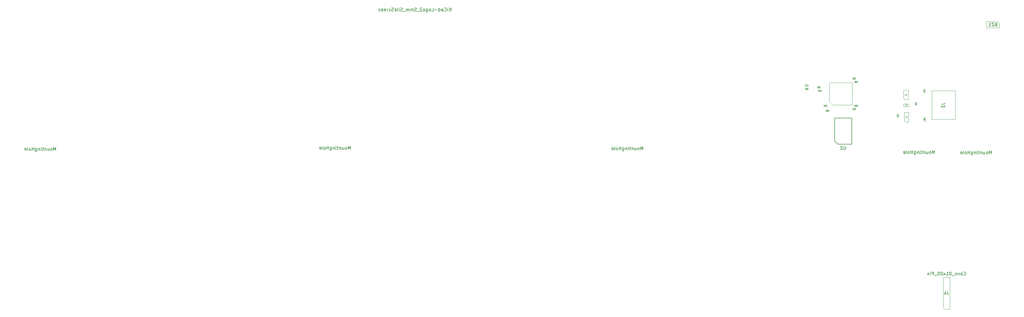
<source format=gbr>
G04 #@! TF.GenerationSoftware,KiCad,Pcbnew,9.0.0*
G04 #@! TF.CreationDate,2025-04-22T01:26:24+02:00*
G04 #@! TF.ProjectId,takt11800,74616b74-3131-4383-9030-2e6b69636164,1.0.0*
G04 #@! TF.SameCoordinates,Original*
G04 #@! TF.FileFunction,AssemblyDrawing,Bot*
%FSLAX46Y46*%
G04 Gerber Fmt 4.6, Leading zero omitted, Abs format (unit mm)*
G04 Created by KiCad (PCBNEW 9.0.0) date 2025-04-22 01:26:24*
%MOMM*%
%LPD*%
G01*
G04 APERTURE LIST*
%ADD10C,0.150000*%
%ADD11C,0.040000*%
%ADD12C,0.060000*%
%ADD13C,0.050000*%
%ADD14C,0.100000*%
G04 APERTURE END LIST*
D10*
X32295714Y-112624819D02*
X32295714Y-111624819D01*
X32295714Y-111624819D02*
X31962381Y-112339104D01*
X31962381Y-112339104D02*
X31629048Y-111624819D01*
X31629048Y-111624819D02*
X31629048Y-112624819D01*
X31010000Y-112624819D02*
X31105238Y-112577200D01*
X31105238Y-112577200D02*
X31152857Y-112529580D01*
X31152857Y-112529580D02*
X31200476Y-112434342D01*
X31200476Y-112434342D02*
X31200476Y-112148628D01*
X31200476Y-112148628D02*
X31152857Y-112053390D01*
X31152857Y-112053390D02*
X31105238Y-112005771D01*
X31105238Y-112005771D02*
X31010000Y-111958152D01*
X31010000Y-111958152D02*
X30867143Y-111958152D01*
X30867143Y-111958152D02*
X30771905Y-112005771D01*
X30771905Y-112005771D02*
X30724286Y-112053390D01*
X30724286Y-112053390D02*
X30676667Y-112148628D01*
X30676667Y-112148628D02*
X30676667Y-112434342D01*
X30676667Y-112434342D02*
X30724286Y-112529580D01*
X30724286Y-112529580D02*
X30771905Y-112577200D01*
X30771905Y-112577200D02*
X30867143Y-112624819D01*
X30867143Y-112624819D02*
X31010000Y-112624819D01*
X29819524Y-111958152D02*
X29819524Y-112624819D01*
X30248095Y-111958152D02*
X30248095Y-112481961D01*
X30248095Y-112481961D02*
X30200476Y-112577200D01*
X30200476Y-112577200D02*
X30105238Y-112624819D01*
X30105238Y-112624819D02*
X29962381Y-112624819D01*
X29962381Y-112624819D02*
X29867143Y-112577200D01*
X29867143Y-112577200D02*
X29819524Y-112529580D01*
X29343333Y-111958152D02*
X29343333Y-112624819D01*
X29343333Y-112053390D02*
X29295714Y-112005771D01*
X29295714Y-112005771D02*
X29200476Y-111958152D01*
X29200476Y-111958152D02*
X29057619Y-111958152D01*
X29057619Y-111958152D02*
X28962381Y-112005771D01*
X28962381Y-112005771D02*
X28914762Y-112101009D01*
X28914762Y-112101009D02*
X28914762Y-112624819D01*
X28581428Y-111958152D02*
X28200476Y-111958152D01*
X28438571Y-111624819D02*
X28438571Y-112481961D01*
X28438571Y-112481961D02*
X28390952Y-112577200D01*
X28390952Y-112577200D02*
X28295714Y-112624819D01*
X28295714Y-112624819D02*
X28200476Y-112624819D01*
X27867142Y-112624819D02*
X27867142Y-111958152D01*
X27867142Y-111624819D02*
X27914761Y-111672438D01*
X27914761Y-111672438D02*
X27867142Y-111720057D01*
X27867142Y-111720057D02*
X27819523Y-111672438D01*
X27819523Y-111672438D02*
X27867142Y-111624819D01*
X27867142Y-111624819D02*
X27867142Y-111720057D01*
X27390952Y-111958152D02*
X27390952Y-112624819D01*
X27390952Y-112053390D02*
X27343333Y-112005771D01*
X27343333Y-112005771D02*
X27248095Y-111958152D01*
X27248095Y-111958152D02*
X27105238Y-111958152D01*
X27105238Y-111958152D02*
X27010000Y-112005771D01*
X27010000Y-112005771D02*
X26962381Y-112101009D01*
X26962381Y-112101009D02*
X26962381Y-112624819D01*
X26057619Y-111958152D02*
X26057619Y-112767676D01*
X26057619Y-112767676D02*
X26105238Y-112862914D01*
X26105238Y-112862914D02*
X26152857Y-112910533D01*
X26152857Y-112910533D02*
X26248095Y-112958152D01*
X26248095Y-112958152D02*
X26390952Y-112958152D01*
X26390952Y-112958152D02*
X26486190Y-112910533D01*
X26057619Y-112577200D02*
X26152857Y-112624819D01*
X26152857Y-112624819D02*
X26343333Y-112624819D01*
X26343333Y-112624819D02*
X26438571Y-112577200D01*
X26438571Y-112577200D02*
X26486190Y-112529580D01*
X26486190Y-112529580D02*
X26533809Y-112434342D01*
X26533809Y-112434342D02*
X26533809Y-112148628D01*
X26533809Y-112148628D02*
X26486190Y-112053390D01*
X26486190Y-112053390D02*
X26438571Y-112005771D01*
X26438571Y-112005771D02*
X26343333Y-111958152D01*
X26343333Y-111958152D02*
X26152857Y-111958152D01*
X26152857Y-111958152D02*
X26057619Y-112005771D01*
X25581428Y-112624819D02*
X25581428Y-111624819D01*
X25581428Y-112101009D02*
X25010000Y-112101009D01*
X25010000Y-112624819D02*
X25010000Y-111624819D01*
X24390952Y-112624819D02*
X24486190Y-112577200D01*
X24486190Y-112577200D02*
X24533809Y-112529580D01*
X24533809Y-112529580D02*
X24581428Y-112434342D01*
X24581428Y-112434342D02*
X24581428Y-112148628D01*
X24581428Y-112148628D02*
X24533809Y-112053390D01*
X24533809Y-112053390D02*
X24486190Y-112005771D01*
X24486190Y-112005771D02*
X24390952Y-111958152D01*
X24390952Y-111958152D02*
X24248095Y-111958152D01*
X24248095Y-111958152D02*
X24152857Y-112005771D01*
X24152857Y-112005771D02*
X24105238Y-112053390D01*
X24105238Y-112053390D02*
X24057619Y-112148628D01*
X24057619Y-112148628D02*
X24057619Y-112434342D01*
X24057619Y-112434342D02*
X24105238Y-112529580D01*
X24105238Y-112529580D02*
X24152857Y-112577200D01*
X24152857Y-112577200D02*
X24248095Y-112624819D01*
X24248095Y-112624819D02*
X24390952Y-112624819D01*
X23486190Y-112624819D02*
X23581428Y-112577200D01*
X23581428Y-112577200D02*
X23629047Y-112481961D01*
X23629047Y-112481961D02*
X23629047Y-111624819D01*
X22724285Y-112577200D02*
X22819523Y-112624819D01*
X22819523Y-112624819D02*
X23009999Y-112624819D01*
X23009999Y-112624819D02*
X23105237Y-112577200D01*
X23105237Y-112577200D02*
X23152856Y-112481961D01*
X23152856Y-112481961D02*
X23152856Y-112101009D01*
X23152856Y-112101009D02*
X23105237Y-112005771D01*
X23105237Y-112005771D02*
X23009999Y-111958152D01*
X23009999Y-111958152D02*
X22819523Y-111958152D01*
X22819523Y-111958152D02*
X22724285Y-112005771D01*
X22724285Y-112005771D02*
X22676666Y-112101009D01*
X22676666Y-112101009D02*
X22676666Y-112196247D01*
X22676666Y-112196247D02*
X23152856Y-112291485D01*
X322685714Y-113694819D02*
X322685714Y-112694819D01*
X322685714Y-112694819D02*
X322352381Y-113409104D01*
X322352381Y-113409104D02*
X322019048Y-112694819D01*
X322019048Y-112694819D02*
X322019048Y-113694819D01*
X321400000Y-113694819D02*
X321495238Y-113647200D01*
X321495238Y-113647200D02*
X321542857Y-113599580D01*
X321542857Y-113599580D02*
X321590476Y-113504342D01*
X321590476Y-113504342D02*
X321590476Y-113218628D01*
X321590476Y-113218628D02*
X321542857Y-113123390D01*
X321542857Y-113123390D02*
X321495238Y-113075771D01*
X321495238Y-113075771D02*
X321400000Y-113028152D01*
X321400000Y-113028152D02*
X321257143Y-113028152D01*
X321257143Y-113028152D02*
X321161905Y-113075771D01*
X321161905Y-113075771D02*
X321114286Y-113123390D01*
X321114286Y-113123390D02*
X321066667Y-113218628D01*
X321066667Y-113218628D02*
X321066667Y-113504342D01*
X321066667Y-113504342D02*
X321114286Y-113599580D01*
X321114286Y-113599580D02*
X321161905Y-113647200D01*
X321161905Y-113647200D02*
X321257143Y-113694819D01*
X321257143Y-113694819D02*
X321400000Y-113694819D01*
X320209524Y-113028152D02*
X320209524Y-113694819D01*
X320638095Y-113028152D02*
X320638095Y-113551961D01*
X320638095Y-113551961D02*
X320590476Y-113647200D01*
X320590476Y-113647200D02*
X320495238Y-113694819D01*
X320495238Y-113694819D02*
X320352381Y-113694819D01*
X320352381Y-113694819D02*
X320257143Y-113647200D01*
X320257143Y-113647200D02*
X320209524Y-113599580D01*
X319733333Y-113028152D02*
X319733333Y-113694819D01*
X319733333Y-113123390D02*
X319685714Y-113075771D01*
X319685714Y-113075771D02*
X319590476Y-113028152D01*
X319590476Y-113028152D02*
X319447619Y-113028152D01*
X319447619Y-113028152D02*
X319352381Y-113075771D01*
X319352381Y-113075771D02*
X319304762Y-113171009D01*
X319304762Y-113171009D02*
X319304762Y-113694819D01*
X318971428Y-113028152D02*
X318590476Y-113028152D01*
X318828571Y-112694819D02*
X318828571Y-113551961D01*
X318828571Y-113551961D02*
X318780952Y-113647200D01*
X318780952Y-113647200D02*
X318685714Y-113694819D01*
X318685714Y-113694819D02*
X318590476Y-113694819D01*
X318257142Y-113694819D02*
X318257142Y-113028152D01*
X318257142Y-112694819D02*
X318304761Y-112742438D01*
X318304761Y-112742438D02*
X318257142Y-112790057D01*
X318257142Y-112790057D02*
X318209523Y-112742438D01*
X318209523Y-112742438D02*
X318257142Y-112694819D01*
X318257142Y-112694819D02*
X318257142Y-112790057D01*
X317780952Y-113028152D02*
X317780952Y-113694819D01*
X317780952Y-113123390D02*
X317733333Y-113075771D01*
X317733333Y-113075771D02*
X317638095Y-113028152D01*
X317638095Y-113028152D02*
X317495238Y-113028152D01*
X317495238Y-113028152D02*
X317400000Y-113075771D01*
X317400000Y-113075771D02*
X317352381Y-113171009D01*
X317352381Y-113171009D02*
X317352381Y-113694819D01*
X316447619Y-113028152D02*
X316447619Y-113837676D01*
X316447619Y-113837676D02*
X316495238Y-113932914D01*
X316495238Y-113932914D02*
X316542857Y-113980533D01*
X316542857Y-113980533D02*
X316638095Y-114028152D01*
X316638095Y-114028152D02*
X316780952Y-114028152D01*
X316780952Y-114028152D02*
X316876190Y-113980533D01*
X316447619Y-113647200D02*
X316542857Y-113694819D01*
X316542857Y-113694819D02*
X316733333Y-113694819D01*
X316733333Y-113694819D02*
X316828571Y-113647200D01*
X316828571Y-113647200D02*
X316876190Y-113599580D01*
X316876190Y-113599580D02*
X316923809Y-113504342D01*
X316923809Y-113504342D02*
X316923809Y-113218628D01*
X316923809Y-113218628D02*
X316876190Y-113123390D01*
X316876190Y-113123390D02*
X316828571Y-113075771D01*
X316828571Y-113075771D02*
X316733333Y-113028152D01*
X316733333Y-113028152D02*
X316542857Y-113028152D01*
X316542857Y-113028152D02*
X316447619Y-113075771D01*
X315971428Y-113694819D02*
X315971428Y-112694819D01*
X315971428Y-113171009D02*
X315400000Y-113171009D01*
X315400000Y-113694819D02*
X315400000Y-112694819D01*
X314780952Y-113694819D02*
X314876190Y-113647200D01*
X314876190Y-113647200D02*
X314923809Y-113599580D01*
X314923809Y-113599580D02*
X314971428Y-113504342D01*
X314971428Y-113504342D02*
X314971428Y-113218628D01*
X314971428Y-113218628D02*
X314923809Y-113123390D01*
X314923809Y-113123390D02*
X314876190Y-113075771D01*
X314876190Y-113075771D02*
X314780952Y-113028152D01*
X314780952Y-113028152D02*
X314638095Y-113028152D01*
X314638095Y-113028152D02*
X314542857Y-113075771D01*
X314542857Y-113075771D02*
X314495238Y-113123390D01*
X314495238Y-113123390D02*
X314447619Y-113218628D01*
X314447619Y-113218628D02*
X314447619Y-113504342D01*
X314447619Y-113504342D02*
X314495238Y-113599580D01*
X314495238Y-113599580D02*
X314542857Y-113647200D01*
X314542857Y-113647200D02*
X314638095Y-113694819D01*
X314638095Y-113694819D02*
X314780952Y-113694819D01*
X313876190Y-113694819D02*
X313971428Y-113647200D01*
X313971428Y-113647200D02*
X314019047Y-113551961D01*
X314019047Y-113551961D02*
X314019047Y-112694819D01*
X313114285Y-113647200D02*
X313209523Y-113694819D01*
X313209523Y-113694819D02*
X313399999Y-113694819D01*
X313399999Y-113694819D02*
X313495237Y-113647200D01*
X313495237Y-113647200D02*
X313542856Y-113551961D01*
X313542856Y-113551961D02*
X313542856Y-113171009D01*
X313542856Y-113171009D02*
X313495237Y-113075771D01*
X313495237Y-113075771D02*
X313399999Y-113028152D01*
X313399999Y-113028152D02*
X313209523Y-113028152D01*
X313209523Y-113028152D02*
X313114285Y-113075771D01*
X313114285Y-113075771D02*
X313066666Y-113171009D01*
X313066666Y-113171009D02*
X313066666Y-113266247D01*
X313066666Y-113266247D02*
X313542856Y-113361485D01*
X304985714Y-113594819D02*
X304985714Y-112594819D01*
X304985714Y-112594819D02*
X304652381Y-113309104D01*
X304652381Y-113309104D02*
X304319048Y-112594819D01*
X304319048Y-112594819D02*
X304319048Y-113594819D01*
X303700000Y-113594819D02*
X303795238Y-113547200D01*
X303795238Y-113547200D02*
X303842857Y-113499580D01*
X303842857Y-113499580D02*
X303890476Y-113404342D01*
X303890476Y-113404342D02*
X303890476Y-113118628D01*
X303890476Y-113118628D02*
X303842857Y-113023390D01*
X303842857Y-113023390D02*
X303795238Y-112975771D01*
X303795238Y-112975771D02*
X303700000Y-112928152D01*
X303700000Y-112928152D02*
X303557143Y-112928152D01*
X303557143Y-112928152D02*
X303461905Y-112975771D01*
X303461905Y-112975771D02*
X303414286Y-113023390D01*
X303414286Y-113023390D02*
X303366667Y-113118628D01*
X303366667Y-113118628D02*
X303366667Y-113404342D01*
X303366667Y-113404342D02*
X303414286Y-113499580D01*
X303414286Y-113499580D02*
X303461905Y-113547200D01*
X303461905Y-113547200D02*
X303557143Y-113594819D01*
X303557143Y-113594819D02*
X303700000Y-113594819D01*
X302509524Y-112928152D02*
X302509524Y-113594819D01*
X302938095Y-112928152D02*
X302938095Y-113451961D01*
X302938095Y-113451961D02*
X302890476Y-113547200D01*
X302890476Y-113547200D02*
X302795238Y-113594819D01*
X302795238Y-113594819D02*
X302652381Y-113594819D01*
X302652381Y-113594819D02*
X302557143Y-113547200D01*
X302557143Y-113547200D02*
X302509524Y-113499580D01*
X302033333Y-112928152D02*
X302033333Y-113594819D01*
X302033333Y-113023390D02*
X301985714Y-112975771D01*
X301985714Y-112975771D02*
X301890476Y-112928152D01*
X301890476Y-112928152D02*
X301747619Y-112928152D01*
X301747619Y-112928152D02*
X301652381Y-112975771D01*
X301652381Y-112975771D02*
X301604762Y-113071009D01*
X301604762Y-113071009D02*
X301604762Y-113594819D01*
X301271428Y-112928152D02*
X300890476Y-112928152D01*
X301128571Y-112594819D02*
X301128571Y-113451961D01*
X301128571Y-113451961D02*
X301080952Y-113547200D01*
X301080952Y-113547200D02*
X300985714Y-113594819D01*
X300985714Y-113594819D02*
X300890476Y-113594819D01*
X300557142Y-113594819D02*
X300557142Y-112928152D01*
X300557142Y-112594819D02*
X300604761Y-112642438D01*
X300604761Y-112642438D02*
X300557142Y-112690057D01*
X300557142Y-112690057D02*
X300509523Y-112642438D01*
X300509523Y-112642438D02*
X300557142Y-112594819D01*
X300557142Y-112594819D02*
X300557142Y-112690057D01*
X300080952Y-112928152D02*
X300080952Y-113594819D01*
X300080952Y-113023390D02*
X300033333Y-112975771D01*
X300033333Y-112975771D02*
X299938095Y-112928152D01*
X299938095Y-112928152D02*
X299795238Y-112928152D01*
X299795238Y-112928152D02*
X299700000Y-112975771D01*
X299700000Y-112975771D02*
X299652381Y-113071009D01*
X299652381Y-113071009D02*
X299652381Y-113594819D01*
X298747619Y-112928152D02*
X298747619Y-113737676D01*
X298747619Y-113737676D02*
X298795238Y-113832914D01*
X298795238Y-113832914D02*
X298842857Y-113880533D01*
X298842857Y-113880533D02*
X298938095Y-113928152D01*
X298938095Y-113928152D02*
X299080952Y-113928152D01*
X299080952Y-113928152D02*
X299176190Y-113880533D01*
X298747619Y-113547200D02*
X298842857Y-113594819D01*
X298842857Y-113594819D02*
X299033333Y-113594819D01*
X299033333Y-113594819D02*
X299128571Y-113547200D01*
X299128571Y-113547200D02*
X299176190Y-113499580D01*
X299176190Y-113499580D02*
X299223809Y-113404342D01*
X299223809Y-113404342D02*
X299223809Y-113118628D01*
X299223809Y-113118628D02*
X299176190Y-113023390D01*
X299176190Y-113023390D02*
X299128571Y-112975771D01*
X299128571Y-112975771D02*
X299033333Y-112928152D01*
X299033333Y-112928152D02*
X298842857Y-112928152D01*
X298842857Y-112928152D02*
X298747619Y-112975771D01*
X298271428Y-113594819D02*
X298271428Y-112594819D01*
X298271428Y-113071009D02*
X297700000Y-113071009D01*
X297700000Y-113594819D02*
X297700000Y-112594819D01*
X297080952Y-113594819D02*
X297176190Y-113547200D01*
X297176190Y-113547200D02*
X297223809Y-113499580D01*
X297223809Y-113499580D02*
X297271428Y-113404342D01*
X297271428Y-113404342D02*
X297271428Y-113118628D01*
X297271428Y-113118628D02*
X297223809Y-113023390D01*
X297223809Y-113023390D02*
X297176190Y-112975771D01*
X297176190Y-112975771D02*
X297080952Y-112928152D01*
X297080952Y-112928152D02*
X296938095Y-112928152D01*
X296938095Y-112928152D02*
X296842857Y-112975771D01*
X296842857Y-112975771D02*
X296795238Y-113023390D01*
X296795238Y-113023390D02*
X296747619Y-113118628D01*
X296747619Y-113118628D02*
X296747619Y-113404342D01*
X296747619Y-113404342D02*
X296795238Y-113499580D01*
X296795238Y-113499580D02*
X296842857Y-113547200D01*
X296842857Y-113547200D02*
X296938095Y-113594819D01*
X296938095Y-113594819D02*
X297080952Y-113594819D01*
X296176190Y-113594819D02*
X296271428Y-113547200D01*
X296271428Y-113547200D02*
X296319047Y-113451961D01*
X296319047Y-113451961D02*
X296319047Y-112594819D01*
X295414285Y-113547200D02*
X295509523Y-113594819D01*
X295509523Y-113594819D02*
X295699999Y-113594819D01*
X295699999Y-113594819D02*
X295795237Y-113547200D01*
X295795237Y-113547200D02*
X295842856Y-113451961D01*
X295842856Y-113451961D02*
X295842856Y-113071009D01*
X295842856Y-113071009D02*
X295795237Y-112975771D01*
X295795237Y-112975771D02*
X295699999Y-112928152D01*
X295699999Y-112928152D02*
X295509523Y-112928152D01*
X295509523Y-112928152D02*
X295414285Y-112975771D01*
X295414285Y-112975771D02*
X295366666Y-113071009D01*
X295366666Y-113071009D02*
X295366666Y-113166247D01*
X295366666Y-113166247D02*
X295842856Y-113261485D01*
X123715714Y-112284819D02*
X123715714Y-111284819D01*
X123715714Y-111284819D02*
X123382381Y-111999104D01*
X123382381Y-111999104D02*
X123049048Y-111284819D01*
X123049048Y-111284819D02*
X123049048Y-112284819D01*
X122430000Y-112284819D02*
X122525238Y-112237200D01*
X122525238Y-112237200D02*
X122572857Y-112189580D01*
X122572857Y-112189580D02*
X122620476Y-112094342D01*
X122620476Y-112094342D02*
X122620476Y-111808628D01*
X122620476Y-111808628D02*
X122572857Y-111713390D01*
X122572857Y-111713390D02*
X122525238Y-111665771D01*
X122525238Y-111665771D02*
X122430000Y-111618152D01*
X122430000Y-111618152D02*
X122287143Y-111618152D01*
X122287143Y-111618152D02*
X122191905Y-111665771D01*
X122191905Y-111665771D02*
X122144286Y-111713390D01*
X122144286Y-111713390D02*
X122096667Y-111808628D01*
X122096667Y-111808628D02*
X122096667Y-112094342D01*
X122096667Y-112094342D02*
X122144286Y-112189580D01*
X122144286Y-112189580D02*
X122191905Y-112237200D01*
X122191905Y-112237200D02*
X122287143Y-112284819D01*
X122287143Y-112284819D02*
X122430000Y-112284819D01*
X121239524Y-111618152D02*
X121239524Y-112284819D01*
X121668095Y-111618152D02*
X121668095Y-112141961D01*
X121668095Y-112141961D02*
X121620476Y-112237200D01*
X121620476Y-112237200D02*
X121525238Y-112284819D01*
X121525238Y-112284819D02*
X121382381Y-112284819D01*
X121382381Y-112284819D02*
X121287143Y-112237200D01*
X121287143Y-112237200D02*
X121239524Y-112189580D01*
X120763333Y-111618152D02*
X120763333Y-112284819D01*
X120763333Y-111713390D02*
X120715714Y-111665771D01*
X120715714Y-111665771D02*
X120620476Y-111618152D01*
X120620476Y-111618152D02*
X120477619Y-111618152D01*
X120477619Y-111618152D02*
X120382381Y-111665771D01*
X120382381Y-111665771D02*
X120334762Y-111761009D01*
X120334762Y-111761009D02*
X120334762Y-112284819D01*
X120001428Y-111618152D02*
X119620476Y-111618152D01*
X119858571Y-111284819D02*
X119858571Y-112141961D01*
X119858571Y-112141961D02*
X119810952Y-112237200D01*
X119810952Y-112237200D02*
X119715714Y-112284819D01*
X119715714Y-112284819D02*
X119620476Y-112284819D01*
X119287142Y-112284819D02*
X119287142Y-111618152D01*
X119287142Y-111284819D02*
X119334761Y-111332438D01*
X119334761Y-111332438D02*
X119287142Y-111380057D01*
X119287142Y-111380057D02*
X119239523Y-111332438D01*
X119239523Y-111332438D02*
X119287142Y-111284819D01*
X119287142Y-111284819D02*
X119287142Y-111380057D01*
X118810952Y-111618152D02*
X118810952Y-112284819D01*
X118810952Y-111713390D02*
X118763333Y-111665771D01*
X118763333Y-111665771D02*
X118668095Y-111618152D01*
X118668095Y-111618152D02*
X118525238Y-111618152D01*
X118525238Y-111618152D02*
X118430000Y-111665771D01*
X118430000Y-111665771D02*
X118382381Y-111761009D01*
X118382381Y-111761009D02*
X118382381Y-112284819D01*
X117477619Y-111618152D02*
X117477619Y-112427676D01*
X117477619Y-112427676D02*
X117525238Y-112522914D01*
X117525238Y-112522914D02*
X117572857Y-112570533D01*
X117572857Y-112570533D02*
X117668095Y-112618152D01*
X117668095Y-112618152D02*
X117810952Y-112618152D01*
X117810952Y-112618152D02*
X117906190Y-112570533D01*
X117477619Y-112237200D02*
X117572857Y-112284819D01*
X117572857Y-112284819D02*
X117763333Y-112284819D01*
X117763333Y-112284819D02*
X117858571Y-112237200D01*
X117858571Y-112237200D02*
X117906190Y-112189580D01*
X117906190Y-112189580D02*
X117953809Y-112094342D01*
X117953809Y-112094342D02*
X117953809Y-111808628D01*
X117953809Y-111808628D02*
X117906190Y-111713390D01*
X117906190Y-111713390D02*
X117858571Y-111665771D01*
X117858571Y-111665771D02*
X117763333Y-111618152D01*
X117763333Y-111618152D02*
X117572857Y-111618152D01*
X117572857Y-111618152D02*
X117477619Y-111665771D01*
X117001428Y-112284819D02*
X117001428Y-111284819D01*
X117001428Y-111761009D02*
X116430000Y-111761009D01*
X116430000Y-112284819D02*
X116430000Y-111284819D01*
X115810952Y-112284819D02*
X115906190Y-112237200D01*
X115906190Y-112237200D02*
X115953809Y-112189580D01*
X115953809Y-112189580D02*
X116001428Y-112094342D01*
X116001428Y-112094342D02*
X116001428Y-111808628D01*
X116001428Y-111808628D02*
X115953809Y-111713390D01*
X115953809Y-111713390D02*
X115906190Y-111665771D01*
X115906190Y-111665771D02*
X115810952Y-111618152D01*
X115810952Y-111618152D02*
X115668095Y-111618152D01*
X115668095Y-111618152D02*
X115572857Y-111665771D01*
X115572857Y-111665771D02*
X115525238Y-111713390D01*
X115525238Y-111713390D02*
X115477619Y-111808628D01*
X115477619Y-111808628D02*
X115477619Y-112094342D01*
X115477619Y-112094342D02*
X115525238Y-112189580D01*
X115525238Y-112189580D02*
X115572857Y-112237200D01*
X115572857Y-112237200D02*
X115668095Y-112284819D01*
X115668095Y-112284819D02*
X115810952Y-112284819D01*
X114906190Y-112284819D02*
X115001428Y-112237200D01*
X115001428Y-112237200D02*
X115049047Y-112141961D01*
X115049047Y-112141961D02*
X115049047Y-111284819D01*
X114144285Y-112237200D02*
X114239523Y-112284819D01*
X114239523Y-112284819D02*
X114429999Y-112284819D01*
X114429999Y-112284819D02*
X114525237Y-112237200D01*
X114525237Y-112237200D02*
X114572856Y-112141961D01*
X114572856Y-112141961D02*
X114572856Y-111761009D01*
X114572856Y-111761009D02*
X114525237Y-111665771D01*
X114525237Y-111665771D02*
X114429999Y-111618152D01*
X114429999Y-111618152D02*
X114239523Y-111618152D01*
X114239523Y-111618152D02*
X114144285Y-111665771D01*
X114144285Y-111665771D02*
X114096666Y-111761009D01*
X114096666Y-111761009D02*
X114096666Y-111856247D01*
X114096666Y-111856247D02*
X114572856Y-111951485D01*
X214475714Y-112434819D02*
X214475714Y-111434819D01*
X214475714Y-111434819D02*
X214142381Y-112149104D01*
X214142381Y-112149104D02*
X213809048Y-111434819D01*
X213809048Y-111434819D02*
X213809048Y-112434819D01*
X213190000Y-112434819D02*
X213285238Y-112387200D01*
X213285238Y-112387200D02*
X213332857Y-112339580D01*
X213332857Y-112339580D02*
X213380476Y-112244342D01*
X213380476Y-112244342D02*
X213380476Y-111958628D01*
X213380476Y-111958628D02*
X213332857Y-111863390D01*
X213332857Y-111863390D02*
X213285238Y-111815771D01*
X213285238Y-111815771D02*
X213190000Y-111768152D01*
X213190000Y-111768152D02*
X213047143Y-111768152D01*
X213047143Y-111768152D02*
X212951905Y-111815771D01*
X212951905Y-111815771D02*
X212904286Y-111863390D01*
X212904286Y-111863390D02*
X212856667Y-111958628D01*
X212856667Y-111958628D02*
X212856667Y-112244342D01*
X212856667Y-112244342D02*
X212904286Y-112339580D01*
X212904286Y-112339580D02*
X212951905Y-112387200D01*
X212951905Y-112387200D02*
X213047143Y-112434819D01*
X213047143Y-112434819D02*
X213190000Y-112434819D01*
X211999524Y-111768152D02*
X211999524Y-112434819D01*
X212428095Y-111768152D02*
X212428095Y-112291961D01*
X212428095Y-112291961D02*
X212380476Y-112387200D01*
X212380476Y-112387200D02*
X212285238Y-112434819D01*
X212285238Y-112434819D02*
X212142381Y-112434819D01*
X212142381Y-112434819D02*
X212047143Y-112387200D01*
X212047143Y-112387200D02*
X211999524Y-112339580D01*
X211523333Y-111768152D02*
X211523333Y-112434819D01*
X211523333Y-111863390D02*
X211475714Y-111815771D01*
X211475714Y-111815771D02*
X211380476Y-111768152D01*
X211380476Y-111768152D02*
X211237619Y-111768152D01*
X211237619Y-111768152D02*
X211142381Y-111815771D01*
X211142381Y-111815771D02*
X211094762Y-111911009D01*
X211094762Y-111911009D02*
X211094762Y-112434819D01*
X210761428Y-111768152D02*
X210380476Y-111768152D01*
X210618571Y-111434819D02*
X210618571Y-112291961D01*
X210618571Y-112291961D02*
X210570952Y-112387200D01*
X210570952Y-112387200D02*
X210475714Y-112434819D01*
X210475714Y-112434819D02*
X210380476Y-112434819D01*
X210047142Y-112434819D02*
X210047142Y-111768152D01*
X210047142Y-111434819D02*
X210094761Y-111482438D01*
X210094761Y-111482438D02*
X210047142Y-111530057D01*
X210047142Y-111530057D02*
X209999523Y-111482438D01*
X209999523Y-111482438D02*
X210047142Y-111434819D01*
X210047142Y-111434819D02*
X210047142Y-111530057D01*
X209570952Y-111768152D02*
X209570952Y-112434819D01*
X209570952Y-111863390D02*
X209523333Y-111815771D01*
X209523333Y-111815771D02*
X209428095Y-111768152D01*
X209428095Y-111768152D02*
X209285238Y-111768152D01*
X209285238Y-111768152D02*
X209190000Y-111815771D01*
X209190000Y-111815771D02*
X209142381Y-111911009D01*
X209142381Y-111911009D02*
X209142381Y-112434819D01*
X208237619Y-111768152D02*
X208237619Y-112577676D01*
X208237619Y-112577676D02*
X208285238Y-112672914D01*
X208285238Y-112672914D02*
X208332857Y-112720533D01*
X208332857Y-112720533D02*
X208428095Y-112768152D01*
X208428095Y-112768152D02*
X208570952Y-112768152D01*
X208570952Y-112768152D02*
X208666190Y-112720533D01*
X208237619Y-112387200D02*
X208332857Y-112434819D01*
X208332857Y-112434819D02*
X208523333Y-112434819D01*
X208523333Y-112434819D02*
X208618571Y-112387200D01*
X208618571Y-112387200D02*
X208666190Y-112339580D01*
X208666190Y-112339580D02*
X208713809Y-112244342D01*
X208713809Y-112244342D02*
X208713809Y-111958628D01*
X208713809Y-111958628D02*
X208666190Y-111863390D01*
X208666190Y-111863390D02*
X208618571Y-111815771D01*
X208618571Y-111815771D02*
X208523333Y-111768152D01*
X208523333Y-111768152D02*
X208332857Y-111768152D01*
X208332857Y-111768152D02*
X208237619Y-111815771D01*
X207761428Y-112434819D02*
X207761428Y-111434819D01*
X207761428Y-111911009D02*
X207190000Y-111911009D01*
X207190000Y-112434819D02*
X207190000Y-111434819D01*
X206570952Y-112434819D02*
X206666190Y-112387200D01*
X206666190Y-112387200D02*
X206713809Y-112339580D01*
X206713809Y-112339580D02*
X206761428Y-112244342D01*
X206761428Y-112244342D02*
X206761428Y-111958628D01*
X206761428Y-111958628D02*
X206713809Y-111863390D01*
X206713809Y-111863390D02*
X206666190Y-111815771D01*
X206666190Y-111815771D02*
X206570952Y-111768152D01*
X206570952Y-111768152D02*
X206428095Y-111768152D01*
X206428095Y-111768152D02*
X206332857Y-111815771D01*
X206332857Y-111815771D02*
X206285238Y-111863390D01*
X206285238Y-111863390D02*
X206237619Y-111958628D01*
X206237619Y-111958628D02*
X206237619Y-112244342D01*
X206237619Y-112244342D02*
X206285238Y-112339580D01*
X206285238Y-112339580D02*
X206332857Y-112387200D01*
X206332857Y-112387200D02*
X206428095Y-112434819D01*
X206428095Y-112434819D02*
X206570952Y-112434819D01*
X205666190Y-112434819D02*
X205761428Y-112387200D01*
X205761428Y-112387200D02*
X205809047Y-112291961D01*
X205809047Y-112291961D02*
X205809047Y-111434819D01*
X204904285Y-112387200D02*
X204999523Y-112434819D01*
X204999523Y-112434819D02*
X205189999Y-112434819D01*
X205189999Y-112434819D02*
X205285237Y-112387200D01*
X205285237Y-112387200D02*
X205332856Y-112291961D01*
X205332856Y-112291961D02*
X205332856Y-111911009D01*
X205332856Y-111911009D02*
X205285237Y-111815771D01*
X205285237Y-111815771D02*
X205189999Y-111768152D01*
X205189999Y-111768152D02*
X204999523Y-111768152D01*
X204999523Y-111768152D02*
X204904285Y-111815771D01*
X204904285Y-111815771D02*
X204856666Y-111911009D01*
X204856666Y-111911009D02*
X204856666Y-112006247D01*
X204856666Y-112006247D02*
X205332856Y-112101485D01*
X154988095Y-69314819D02*
X154988095Y-68314819D01*
X154416667Y-69314819D02*
X154845238Y-68743390D01*
X154416667Y-68314819D02*
X154988095Y-68886247D01*
X153988095Y-69314819D02*
X153988095Y-68648152D01*
X153988095Y-68314819D02*
X154035714Y-68362438D01*
X154035714Y-68362438D02*
X153988095Y-68410057D01*
X153988095Y-68410057D02*
X153940476Y-68362438D01*
X153940476Y-68362438D02*
X153988095Y-68314819D01*
X153988095Y-68314819D02*
X153988095Y-68410057D01*
X152940477Y-69219580D02*
X152988096Y-69267200D01*
X152988096Y-69267200D02*
X153130953Y-69314819D01*
X153130953Y-69314819D02*
X153226191Y-69314819D01*
X153226191Y-69314819D02*
X153369048Y-69267200D01*
X153369048Y-69267200D02*
X153464286Y-69171961D01*
X153464286Y-69171961D02*
X153511905Y-69076723D01*
X153511905Y-69076723D02*
X153559524Y-68886247D01*
X153559524Y-68886247D02*
X153559524Y-68743390D01*
X153559524Y-68743390D02*
X153511905Y-68552914D01*
X153511905Y-68552914D02*
X153464286Y-68457676D01*
X153464286Y-68457676D02*
X153369048Y-68362438D01*
X153369048Y-68362438D02*
X153226191Y-68314819D01*
X153226191Y-68314819D02*
X153130953Y-68314819D01*
X153130953Y-68314819D02*
X152988096Y-68362438D01*
X152988096Y-68362438D02*
X152940477Y-68410057D01*
X152083334Y-69314819D02*
X152083334Y-68791009D01*
X152083334Y-68791009D02*
X152130953Y-68695771D01*
X152130953Y-68695771D02*
X152226191Y-68648152D01*
X152226191Y-68648152D02*
X152416667Y-68648152D01*
X152416667Y-68648152D02*
X152511905Y-68695771D01*
X152083334Y-69267200D02*
X152178572Y-69314819D01*
X152178572Y-69314819D02*
X152416667Y-69314819D01*
X152416667Y-69314819D02*
X152511905Y-69267200D01*
X152511905Y-69267200D02*
X152559524Y-69171961D01*
X152559524Y-69171961D02*
X152559524Y-69076723D01*
X152559524Y-69076723D02*
X152511905Y-68981485D01*
X152511905Y-68981485D02*
X152416667Y-68933866D01*
X152416667Y-68933866D02*
X152178572Y-68933866D01*
X152178572Y-68933866D02*
X152083334Y-68886247D01*
X151178572Y-69314819D02*
X151178572Y-68314819D01*
X151178572Y-69267200D02*
X151273810Y-69314819D01*
X151273810Y-69314819D02*
X151464286Y-69314819D01*
X151464286Y-69314819D02*
X151559524Y-69267200D01*
X151559524Y-69267200D02*
X151607143Y-69219580D01*
X151607143Y-69219580D02*
X151654762Y-69124342D01*
X151654762Y-69124342D02*
X151654762Y-68838628D01*
X151654762Y-68838628D02*
X151607143Y-68743390D01*
X151607143Y-68743390D02*
X151559524Y-68695771D01*
X151559524Y-68695771D02*
X151464286Y-68648152D01*
X151464286Y-68648152D02*
X151273810Y-68648152D01*
X151273810Y-68648152D02*
X151178572Y-68695771D01*
X150702381Y-68933866D02*
X149940477Y-68933866D01*
X148988096Y-69314819D02*
X149464286Y-69314819D01*
X149464286Y-69314819D02*
X149464286Y-68314819D01*
X148511905Y-69314819D02*
X148607143Y-69267200D01*
X148607143Y-69267200D02*
X148654762Y-69219580D01*
X148654762Y-69219580D02*
X148702381Y-69124342D01*
X148702381Y-69124342D02*
X148702381Y-68838628D01*
X148702381Y-68838628D02*
X148654762Y-68743390D01*
X148654762Y-68743390D02*
X148607143Y-68695771D01*
X148607143Y-68695771D02*
X148511905Y-68648152D01*
X148511905Y-68648152D02*
X148369048Y-68648152D01*
X148369048Y-68648152D02*
X148273810Y-68695771D01*
X148273810Y-68695771D02*
X148226191Y-68743390D01*
X148226191Y-68743390D02*
X148178572Y-68838628D01*
X148178572Y-68838628D02*
X148178572Y-69124342D01*
X148178572Y-69124342D02*
X148226191Y-69219580D01*
X148226191Y-69219580D02*
X148273810Y-69267200D01*
X148273810Y-69267200D02*
X148369048Y-69314819D01*
X148369048Y-69314819D02*
X148511905Y-69314819D01*
X147321429Y-68648152D02*
X147321429Y-69457676D01*
X147321429Y-69457676D02*
X147369048Y-69552914D01*
X147369048Y-69552914D02*
X147416667Y-69600533D01*
X147416667Y-69600533D02*
X147511905Y-69648152D01*
X147511905Y-69648152D02*
X147654762Y-69648152D01*
X147654762Y-69648152D02*
X147750000Y-69600533D01*
X147321429Y-69267200D02*
X147416667Y-69314819D01*
X147416667Y-69314819D02*
X147607143Y-69314819D01*
X147607143Y-69314819D02*
X147702381Y-69267200D01*
X147702381Y-69267200D02*
X147750000Y-69219580D01*
X147750000Y-69219580D02*
X147797619Y-69124342D01*
X147797619Y-69124342D02*
X147797619Y-68838628D01*
X147797619Y-68838628D02*
X147750000Y-68743390D01*
X147750000Y-68743390D02*
X147702381Y-68695771D01*
X147702381Y-68695771D02*
X147607143Y-68648152D01*
X147607143Y-68648152D02*
X147416667Y-68648152D01*
X147416667Y-68648152D02*
X147321429Y-68695771D01*
X146702381Y-69314819D02*
X146797619Y-69267200D01*
X146797619Y-69267200D02*
X146845238Y-69219580D01*
X146845238Y-69219580D02*
X146892857Y-69124342D01*
X146892857Y-69124342D02*
X146892857Y-68838628D01*
X146892857Y-68838628D02*
X146845238Y-68743390D01*
X146845238Y-68743390D02*
X146797619Y-68695771D01*
X146797619Y-68695771D02*
X146702381Y-68648152D01*
X146702381Y-68648152D02*
X146559524Y-68648152D01*
X146559524Y-68648152D02*
X146464286Y-68695771D01*
X146464286Y-68695771D02*
X146416667Y-68743390D01*
X146416667Y-68743390D02*
X146369048Y-68838628D01*
X146369048Y-68838628D02*
X146369048Y-69124342D01*
X146369048Y-69124342D02*
X146416667Y-69219580D01*
X146416667Y-69219580D02*
X146464286Y-69267200D01*
X146464286Y-69267200D02*
X146559524Y-69314819D01*
X146559524Y-69314819D02*
X146702381Y-69314819D01*
X145988095Y-68410057D02*
X145940476Y-68362438D01*
X145940476Y-68362438D02*
X145845238Y-68314819D01*
X145845238Y-68314819D02*
X145607143Y-68314819D01*
X145607143Y-68314819D02*
X145511905Y-68362438D01*
X145511905Y-68362438D02*
X145464286Y-68410057D01*
X145464286Y-68410057D02*
X145416667Y-68505295D01*
X145416667Y-68505295D02*
X145416667Y-68600533D01*
X145416667Y-68600533D02*
X145464286Y-68743390D01*
X145464286Y-68743390D02*
X146035714Y-69314819D01*
X146035714Y-69314819D02*
X145416667Y-69314819D01*
X145226191Y-69410057D02*
X144464286Y-69410057D01*
X143750000Y-68314819D02*
X144226190Y-68314819D01*
X144226190Y-68314819D02*
X144273809Y-68791009D01*
X144273809Y-68791009D02*
X144226190Y-68743390D01*
X144226190Y-68743390D02*
X144130952Y-68695771D01*
X144130952Y-68695771D02*
X143892857Y-68695771D01*
X143892857Y-68695771D02*
X143797619Y-68743390D01*
X143797619Y-68743390D02*
X143750000Y-68791009D01*
X143750000Y-68791009D02*
X143702381Y-68886247D01*
X143702381Y-68886247D02*
X143702381Y-69124342D01*
X143702381Y-69124342D02*
X143750000Y-69219580D01*
X143750000Y-69219580D02*
X143797619Y-69267200D01*
X143797619Y-69267200D02*
X143892857Y-69314819D01*
X143892857Y-69314819D02*
X144130952Y-69314819D01*
X144130952Y-69314819D02*
X144226190Y-69267200D01*
X144226190Y-69267200D02*
X144273809Y-69219580D01*
X143273809Y-69314819D02*
X143273809Y-68648152D01*
X143273809Y-68743390D02*
X143226190Y-68695771D01*
X143226190Y-68695771D02*
X143130952Y-68648152D01*
X143130952Y-68648152D02*
X142988095Y-68648152D01*
X142988095Y-68648152D02*
X142892857Y-68695771D01*
X142892857Y-68695771D02*
X142845238Y-68791009D01*
X142845238Y-68791009D02*
X142845238Y-69314819D01*
X142845238Y-68791009D02*
X142797619Y-68695771D01*
X142797619Y-68695771D02*
X142702381Y-68648152D01*
X142702381Y-68648152D02*
X142559524Y-68648152D01*
X142559524Y-68648152D02*
X142464285Y-68695771D01*
X142464285Y-68695771D02*
X142416666Y-68791009D01*
X142416666Y-68791009D02*
X142416666Y-69314819D01*
X141940476Y-69314819D02*
X141940476Y-68648152D01*
X141940476Y-68743390D02*
X141892857Y-68695771D01*
X141892857Y-68695771D02*
X141797619Y-68648152D01*
X141797619Y-68648152D02*
X141654762Y-68648152D01*
X141654762Y-68648152D02*
X141559524Y-68695771D01*
X141559524Y-68695771D02*
X141511905Y-68791009D01*
X141511905Y-68791009D02*
X141511905Y-69314819D01*
X141511905Y-68791009D02*
X141464286Y-68695771D01*
X141464286Y-68695771D02*
X141369048Y-68648152D01*
X141369048Y-68648152D02*
X141226191Y-68648152D01*
X141226191Y-68648152D02*
X141130952Y-68695771D01*
X141130952Y-68695771D02*
X141083333Y-68791009D01*
X141083333Y-68791009D02*
X141083333Y-69314819D01*
X140845239Y-69410057D02*
X140083334Y-69410057D01*
X139892857Y-69267200D02*
X139750000Y-69314819D01*
X139750000Y-69314819D02*
X139511905Y-69314819D01*
X139511905Y-69314819D02*
X139416667Y-69267200D01*
X139416667Y-69267200D02*
X139369048Y-69219580D01*
X139369048Y-69219580D02*
X139321429Y-69124342D01*
X139321429Y-69124342D02*
X139321429Y-69029104D01*
X139321429Y-69029104D02*
X139369048Y-68933866D01*
X139369048Y-68933866D02*
X139416667Y-68886247D01*
X139416667Y-68886247D02*
X139511905Y-68838628D01*
X139511905Y-68838628D02*
X139702381Y-68791009D01*
X139702381Y-68791009D02*
X139797619Y-68743390D01*
X139797619Y-68743390D02*
X139845238Y-68695771D01*
X139845238Y-68695771D02*
X139892857Y-68600533D01*
X139892857Y-68600533D02*
X139892857Y-68505295D01*
X139892857Y-68505295D02*
X139845238Y-68410057D01*
X139845238Y-68410057D02*
X139797619Y-68362438D01*
X139797619Y-68362438D02*
X139702381Y-68314819D01*
X139702381Y-68314819D02*
X139464286Y-68314819D01*
X139464286Y-68314819D02*
X139321429Y-68362438D01*
X138892857Y-69314819D02*
X138892857Y-68648152D01*
X138892857Y-68314819D02*
X138940476Y-68362438D01*
X138940476Y-68362438D02*
X138892857Y-68410057D01*
X138892857Y-68410057D02*
X138845238Y-68362438D01*
X138845238Y-68362438D02*
X138892857Y-68314819D01*
X138892857Y-68314819D02*
X138892857Y-68410057D01*
X138273810Y-69314819D02*
X138369048Y-69267200D01*
X138369048Y-69267200D02*
X138416667Y-69171961D01*
X138416667Y-69171961D02*
X138416667Y-68314819D01*
X137892857Y-69314819D02*
X137892857Y-68314819D01*
X137797619Y-68933866D02*
X137511905Y-69314819D01*
X137511905Y-68648152D02*
X137892857Y-69029104D01*
X137130952Y-69267200D02*
X136988095Y-69314819D01*
X136988095Y-69314819D02*
X136750000Y-69314819D01*
X136750000Y-69314819D02*
X136654762Y-69267200D01*
X136654762Y-69267200D02*
X136607143Y-69219580D01*
X136607143Y-69219580D02*
X136559524Y-69124342D01*
X136559524Y-69124342D02*
X136559524Y-69029104D01*
X136559524Y-69029104D02*
X136607143Y-68933866D01*
X136607143Y-68933866D02*
X136654762Y-68886247D01*
X136654762Y-68886247D02*
X136750000Y-68838628D01*
X136750000Y-68838628D02*
X136940476Y-68791009D01*
X136940476Y-68791009D02*
X137035714Y-68743390D01*
X137035714Y-68743390D02*
X137083333Y-68695771D01*
X137083333Y-68695771D02*
X137130952Y-68600533D01*
X137130952Y-68600533D02*
X137130952Y-68505295D01*
X137130952Y-68505295D02*
X137083333Y-68410057D01*
X137083333Y-68410057D02*
X137035714Y-68362438D01*
X137035714Y-68362438D02*
X136940476Y-68314819D01*
X136940476Y-68314819D02*
X136702381Y-68314819D01*
X136702381Y-68314819D02*
X136559524Y-68362438D01*
X135702381Y-69267200D02*
X135797619Y-69314819D01*
X135797619Y-69314819D02*
X135988095Y-69314819D01*
X135988095Y-69314819D02*
X136083333Y-69267200D01*
X136083333Y-69267200D02*
X136130952Y-69219580D01*
X136130952Y-69219580D02*
X136178571Y-69124342D01*
X136178571Y-69124342D02*
X136178571Y-68838628D01*
X136178571Y-68838628D02*
X136130952Y-68743390D01*
X136130952Y-68743390D02*
X136083333Y-68695771D01*
X136083333Y-68695771D02*
X135988095Y-68648152D01*
X135988095Y-68648152D02*
X135797619Y-68648152D01*
X135797619Y-68648152D02*
X135702381Y-68695771D01*
X135273809Y-69314819D02*
X135273809Y-68648152D01*
X135273809Y-68838628D02*
X135226190Y-68743390D01*
X135226190Y-68743390D02*
X135178571Y-68695771D01*
X135178571Y-68695771D02*
X135083333Y-68648152D01*
X135083333Y-68648152D02*
X134988095Y-68648152D01*
X134273809Y-69267200D02*
X134369047Y-69314819D01*
X134369047Y-69314819D02*
X134559523Y-69314819D01*
X134559523Y-69314819D02*
X134654761Y-69267200D01*
X134654761Y-69267200D02*
X134702380Y-69171961D01*
X134702380Y-69171961D02*
X134702380Y-68791009D01*
X134702380Y-68791009D02*
X134654761Y-68695771D01*
X134654761Y-68695771D02*
X134559523Y-68648152D01*
X134559523Y-68648152D02*
X134369047Y-68648152D01*
X134369047Y-68648152D02*
X134273809Y-68695771D01*
X134273809Y-68695771D02*
X134226190Y-68791009D01*
X134226190Y-68791009D02*
X134226190Y-68886247D01*
X134226190Y-68886247D02*
X134702380Y-68981485D01*
X133416666Y-69267200D02*
X133511904Y-69314819D01*
X133511904Y-69314819D02*
X133702380Y-69314819D01*
X133702380Y-69314819D02*
X133797618Y-69267200D01*
X133797618Y-69267200D02*
X133845237Y-69171961D01*
X133845237Y-69171961D02*
X133845237Y-68791009D01*
X133845237Y-68791009D02*
X133797618Y-68695771D01*
X133797618Y-68695771D02*
X133702380Y-68648152D01*
X133702380Y-68648152D02*
X133511904Y-68648152D01*
X133511904Y-68648152D02*
X133416666Y-68695771D01*
X133416666Y-68695771D02*
X133369047Y-68791009D01*
X133369047Y-68791009D02*
X133369047Y-68886247D01*
X133369047Y-68886247D02*
X133845237Y-68981485D01*
X132940475Y-68648152D02*
X132940475Y-69314819D01*
X132940475Y-68743390D02*
X132892856Y-68695771D01*
X132892856Y-68695771D02*
X132797618Y-68648152D01*
X132797618Y-68648152D02*
X132654761Y-68648152D01*
X132654761Y-68648152D02*
X132559523Y-68695771D01*
X132559523Y-68695771D02*
X132511904Y-68791009D01*
X132511904Y-68791009D02*
X132511904Y-69314819D01*
D11*
X302018200Y-102866667D02*
X301894391Y-102780000D01*
X302018200Y-102718095D02*
X301758200Y-102718095D01*
X301758200Y-102718095D02*
X301758200Y-102817143D01*
X301758200Y-102817143D02*
X301770581Y-102841905D01*
X301770581Y-102841905D02*
X301782962Y-102854286D01*
X301782962Y-102854286D02*
X301807724Y-102866667D01*
X301807724Y-102866667D02*
X301844867Y-102866667D01*
X301844867Y-102866667D02*
X301869629Y-102854286D01*
X301869629Y-102854286D02*
X301882010Y-102841905D01*
X301882010Y-102841905D02*
X301894391Y-102817143D01*
X301894391Y-102817143D02*
X301894391Y-102718095D01*
X301869629Y-103015238D02*
X301857248Y-102990476D01*
X301857248Y-102990476D02*
X301844867Y-102978095D01*
X301844867Y-102978095D02*
X301820105Y-102965714D01*
X301820105Y-102965714D02*
X301807724Y-102965714D01*
X301807724Y-102965714D02*
X301782962Y-102978095D01*
X301782962Y-102978095D02*
X301770581Y-102990476D01*
X301770581Y-102990476D02*
X301758200Y-103015238D01*
X301758200Y-103015238D02*
X301758200Y-103064762D01*
X301758200Y-103064762D02*
X301770581Y-103089524D01*
X301770581Y-103089524D02*
X301782962Y-103101905D01*
X301782962Y-103101905D02*
X301807724Y-103114286D01*
X301807724Y-103114286D02*
X301820105Y-103114286D01*
X301820105Y-103114286D02*
X301844867Y-103101905D01*
X301844867Y-103101905D02*
X301857248Y-103089524D01*
X301857248Y-103089524D02*
X301869629Y-103064762D01*
X301869629Y-103064762D02*
X301869629Y-103015238D01*
X301869629Y-103015238D02*
X301882010Y-102990476D01*
X301882010Y-102990476D02*
X301894391Y-102978095D01*
X301894391Y-102978095D02*
X301919153Y-102965714D01*
X301919153Y-102965714D02*
X301968677Y-102965714D01*
X301968677Y-102965714D02*
X301993439Y-102978095D01*
X301993439Y-102978095D02*
X302005820Y-102990476D01*
X302005820Y-102990476D02*
X302018200Y-103015238D01*
X302018200Y-103015238D02*
X302018200Y-103064762D01*
X302018200Y-103064762D02*
X302005820Y-103089524D01*
X302005820Y-103089524D02*
X301993439Y-103101905D01*
X301993439Y-103101905D02*
X301968677Y-103114286D01*
X301968677Y-103114286D02*
X301919153Y-103114286D01*
X301919153Y-103114286D02*
X301894391Y-103101905D01*
X301894391Y-103101905D02*
X301882010Y-103089524D01*
X301882010Y-103089524D02*
X301869629Y-103064762D01*
X271900714Y-100339765D02*
X271912618Y-100351670D01*
X271912618Y-100351670D02*
X271948333Y-100363574D01*
X271948333Y-100363574D02*
X271972142Y-100363574D01*
X271972142Y-100363574D02*
X272007856Y-100351670D01*
X272007856Y-100351670D02*
X272031666Y-100327860D01*
X272031666Y-100327860D02*
X272043571Y-100304050D01*
X272043571Y-100304050D02*
X272055475Y-100256431D01*
X272055475Y-100256431D02*
X272055475Y-100220717D01*
X272055475Y-100220717D02*
X272043571Y-100173098D01*
X272043571Y-100173098D02*
X272031666Y-100149289D01*
X272031666Y-100149289D02*
X272007856Y-100125479D01*
X272007856Y-100125479D02*
X271972142Y-100113574D01*
X271972142Y-100113574D02*
X271948333Y-100113574D01*
X271948333Y-100113574D02*
X271912618Y-100125479D01*
X271912618Y-100125479D02*
X271900714Y-100137384D01*
X271662618Y-100363574D02*
X271805475Y-100363574D01*
X271734047Y-100363574D02*
X271734047Y-100113574D01*
X271734047Y-100113574D02*
X271757856Y-100149289D01*
X271757856Y-100149289D02*
X271781666Y-100173098D01*
X271781666Y-100173098D02*
X271805475Y-100185003D01*
X271448333Y-100113574D02*
X271495952Y-100113574D01*
X271495952Y-100113574D02*
X271519761Y-100125479D01*
X271519761Y-100125479D02*
X271531666Y-100137384D01*
X271531666Y-100137384D02*
X271555476Y-100173098D01*
X271555476Y-100173098D02*
X271567380Y-100220717D01*
X271567380Y-100220717D02*
X271567380Y-100315955D01*
X271567380Y-100315955D02*
X271555476Y-100339765D01*
X271555476Y-100339765D02*
X271543571Y-100351670D01*
X271543571Y-100351670D02*
X271519761Y-100363574D01*
X271519761Y-100363574D02*
X271472142Y-100363574D01*
X271472142Y-100363574D02*
X271448333Y-100351670D01*
X271448333Y-100351670D02*
X271436428Y-100339765D01*
X271436428Y-100339765D02*
X271424523Y-100315955D01*
X271424523Y-100315955D02*
X271424523Y-100256431D01*
X271424523Y-100256431D02*
X271436428Y-100232622D01*
X271436428Y-100232622D02*
X271448333Y-100220717D01*
X271448333Y-100220717D02*
X271472142Y-100208812D01*
X271472142Y-100208812D02*
X271519761Y-100208812D01*
X271519761Y-100208812D02*
X271543571Y-100220717D01*
X271543571Y-100220717D02*
X271555476Y-100232622D01*
X271555476Y-100232622D02*
X271567380Y-100256431D01*
X299309765Y-98048333D02*
X299321670Y-98036429D01*
X299321670Y-98036429D02*
X299333574Y-98000714D01*
X299333574Y-98000714D02*
X299333574Y-97976905D01*
X299333574Y-97976905D02*
X299321670Y-97941191D01*
X299321670Y-97941191D02*
X299297860Y-97917381D01*
X299297860Y-97917381D02*
X299274050Y-97905476D01*
X299274050Y-97905476D02*
X299226431Y-97893572D01*
X299226431Y-97893572D02*
X299190717Y-97893572D01*
X299190717Y-97893572D02*
X299143098Y-97905476D01*
X299143098Y-97905476D02*
X299119289Y-97917381D01*
X299119289Y-97917381D02*
X299095479Y-97941191D01*
X299095479Y-97941191D02*
X299083574Y-97976905D01*
X299083574Y-97976905D02*
X299083574Y-98000714D01*
X299083574Y-98000714D02*
X299095479Y-98036429D01*
X299095479Y-98036429D02*
X299107384Y-98048333D01*
X299190717Y-98191191D02*
X299178812Y-98167381D01*
X299178812Y-98167381D02*
X299166908Y-98155476D01*
X299166908Y-98155476D02*
X299143098Y-98143572D01*
X299143098Y-98143572D02*
X299131193Y-98143572D01*
X299131193Y-98143572D02*
X299107384Y-98155476D01*
X299107384Y-98155476D02*
X299095479Y-98167381D01*
X299095479Y-98167381D02*
X299083574Y-98191191D01*
X299083574Y-98191191D02*
X299083574Y-98238810D01*
X299083574Y-98238810D02*
X299095479Y-98262619D01*
X299095479Y-98262619D02*
X299107384Y-98274524D01*
X299107384Y-98274524D02*
X299131193Y-98286429D01*
X299131193Y-98286429D02*
X299143098Y-98286429D01*
X299143098Y-98286429D02*
X299166908Y-98274524D01*
X299166908Y-98274524D02*
X299178812Y-98262619D01*
X299178812Y-98262619D02*
X299190717Y-98238810D01*
X299190717Y-98238810D02*
X299190717Y-98191191D01*
X299190717Y-98191191D02*
X299202622Y-98167381D01*
X299202622Y-98167381D02*
X299214527Y-98155476D01*
X299214527Y-98155476D02*
X299238336Y-98143572D01*
X299238336Y-98143572D02*
X299285955Y-98143572D01*
X299285955Y-98143572D02*
X299309765Y-98155476D01*
X299309765Y-98155476D02*
X299321670Y-98167381D01*
X299321670Y-98167381D02*
X299333574Y-98191191D01*
X299333574Y-98191191D02*
X299333574Y-98238810D01*
X299333574Y-98238810D02*
X299321670Y-98262619D01*
X299321670Y-98262619D02*
X299309765Y-98274524D01*
X299309765Y-98274524D02*
X299285955Y-98286429D01*
X299285955Y-98286429D02*
X299238336Y-98286429D01*
X299238336Y-98286429D02*
X299214527Y-98274524D01*
X299214527Y-98274524D02*
X299202622Y-98262619D01*
X299202622Y-98262619D02*
X299190717Y-98238810D01*
X301998200Y-94086667D02*
X301874391Y-94000000D01*
X301998200Y-93938095D02*
X301738200Y-93938095D01*
X301738200Y-93938095D02*
X301738200Y-94037143D01*
X301738200Y-94037143D02*
X301750581Y-94061905D01*
X301750581Y-94061905D02*
X301762962Y-94074286D01*
X301762962Y-94074286D02*
X301787724Y-94086667D01*
X301787724Y-94086667D02*
X301824867Y-94086667D01*
X301824867Y-94086667D02*
X301849629Y-94074286D01*
X301849629Y-94074286D02*
X301862010Y-94061905D01*
X301862010Y-94061905D02*
X301874391Y-94037143D01*
X301874391Y-94037143D02*
X301874391Y-93938095D01*
X301738200Y-94173333D02*
X301738200Y-94346667D01*
X301738200Y-94346667D02*
X301998200Y-94235238D01*
D12*
X296432261Y-95101927D02*
X296432261Y-95425737D01*
X296432261Y-95425737D02*
X296413214Y-95463832D01*
X296413214Y-95463832D02*
X296394166Y-95482880D01*
X296394166Y-95482880D02*
X296356071Y-95501927D01*
X296356071Y-95501927D02*
X296279880Y-95501927D01*
X296279880Y-95501927D02*
X296241785Y-95482880D01*
X296241785Y-95482880D02*
X296222738Y-95463832D01*
X296222738Y-95463832D02*
X296203690Y-95425737D01*
X296203690Y-95425737D02*
X296203690Y-95101927D01*
X295841785Y-95235260D02*
X295841785Y-95501927D01*
X295937023Y-95082880D02*
X296032261Y-95368594D01*
X296032261Y-95368594D02*
X295784642Y-95368594D01*
D11*
X280224214Y-99804265D02*
X280236118Y-99816170D01*
X280236118Y-99816170D02*
X280271833Y-99828074D01*
X280271833Y-99828074D02*
X280295642Y-99828074D01*
X280295642Y-99828074D02*
X280331356Y-99816170D01*
X280331356Y-99816170D02*
X280355166Y-99792360D01*
X280355166Y-99792360D02*
X280367071Y-99768550D01*
X280367071Y-99768550D02*
X280378975Y-99720931D01*
X280378975Y-99720931D02*
X280378975Y-99685217D01*
X280378975Y-99685217D02*
X280367071Y-99637598D01*
X280367071Y-99637598D02*
X280355166Y-99613789D01*
X280355166Y-99613789D02*
X280331356Y-99589979D01*
X280331356Y-99589979D02*
X280295642Y-99578074D01*
X280295642Y-99578074D02*
X280271833Y-99578074D01*
X280271833Y-99578074D02*
X280236118Y-99589979D01*
X280236118Y-99589979D02*
X280224214Y-99601884D01*
X279986118Y-99828074D02*
X280128975Y-99828074D01*
X280057547Y-99828074D02*
X280057547Y-99578074D01*
X280057547Y-99578074D02*
X280081356Y-99613789D01*
X280081356Y-99613789D02*
X280105166Y-99637598D01*
X280105166Y-99637598D02*
X280128975Y-99649503D01*
X279902785Y-99578074D02*
X279736119Y-99578074D01*
X279736119Y-99578074D02*
X279843261Y-99828074D01*
X271334214Y-98784265D02*
X271346118Y-98796170D01*
X271346118Y-98796170D02*
X271381833Y-98808074D01*
X271381833Y-98808074D02*
X271405642Y-98808074D01*
X271405642Y-98808074D02*
X271441356Y-98796170D01*
X271441356Y-98796170D02*
X271465166Y-98772360D01*
X271465166Y-98772360D02*
X271477071Y-98748550D01*
X271477071Y-98748550D02*
X271488975Y-98700931D01*
X271488975Y-98700931D02*
X271488975Y-98665217D01*
X271488975Y-98665217D02*
X271477071Y-98617598D01*
X271477071Y-98617598D02*
X271465166Y-98593789D01*
X271465166Y-98593789D02*
X271441356Y-98569979D01*
X271441356Y-98569979D02*
X271405642Y-98558074D01*
X271405642Y-98558074D02*
X271381833Y-98558074D01*
X271381833Y-98558074D02*
X271346118Y-98569979D01*
X271346118Y-98569979D02*
X271334214Y-98581884D01*
X271096118Y-98808074D02*
X271238975Y-98808074D01*
X271167547Y-98808074D02*
X271167547Y-98558074D01*
X271167547Y-98558074D02*
X271191356Y-98593789D01*
X271191356Y-98593789D02*
X271215166Y-98617598D01*
X271215166Y-98617598D02*
X271238975Y-98629503D01*
X270858023Y-98808074D02*
X271000880Y-98808074D01*
X270929452Y-98808074D02*
X270929452Y-98558074D01*
X270929452Y-98558074D02*
X270953261Y-98593789D01*
X270953261Y-98593789D02*
X270977071Y-98617598D01*
X270977071Y-98617598D02*
X271000880Y-98629503D01*
D10*
X307254819Y-98186666D02*
X307969104Y-98186666D01*
X307969104Y-98186666D02*
X308111961Y-98139047D01*
X308111961Y-98139047D02*
X308207200Y-98043809D01*
X308207200Y-98043809D02*
X308254819Y-97900952D01*
X308254819Y-97900952D02*
X308254819Y-97805714D01*
X307254819Y-98567619D02*
X307254819Y-99186666D01*
X307254819Y-99186666D02*
X307635771Y-98853333D01*
X307635771Y-98853333D02*
X307635771Y-98996190D01*
X307635771Y-98996190D02*
X307683390Y-99091428D01*
X307683390Y-99091428D02*
X307731009Y-99139047D01*
X307731009Y-99139047D02*
X307826247Y-99186666D01*
X307826247Y-99186666D02*
X308064342Y-99186666D01*
X308064342Y-99186666D02*
X308159580Y-99139047D01*
X308159580Y-99139047D02*
X308207200Y-99091428D01*
X308207200Y-99091428D02*
X308254819Y-98996190D01*
X308254819Y-98996190D02*
X308254819Y-98710476D01*
X308254819Y-98710476D02*
X308207200Y-98615238D01*
X308207200Y-98615238D02*
X308159580Y-98567619D01*
D11*
X269240714Y-93059765D02*
X269252618Y-93071670D01*
X269252618Y-93071670D02*
X269288333Y-93083574D01*
X269288333Y-93083574D02*
X269312142Y-93083574D01*
X269312142Y-93083574D02*
X269347856Y-93071670D01*
X269347856Y-93071670D02*
X269371666Y-93047860D01*
X269371666Y-93047860D02*
X269383571Y-93024050D01*
X269383571Y-93024050D02*
X269395475Y-92976431D01*
X269395475Y-92976431D02*
X269395475Y-92940717D01*
X269395475Y-92940717D02*
X269383571Y-92893098D01*
X269383571Y-92893098D02*
X269371666Y-92869289D01*
X269371666Y-92869289D02*
X269347856Y-92845479D01*
X269347856Y-92845479D02*
X269312142Y-92833574D01*
X269312142Y-92833574D02*
X269288333Y-92833574D01*
X269288333Y-92833574D02*
X269252618Y-92845479D01*
X269252618Y-92845479D02*
X269240714Y-92857384D01*
X269002618Y-93083574D02*
X269145475Y-93083574D01*
X269074047Y-93083574D02*
X269074047Y-92833574D01*
X269074047Y-92833574D02*
X269097856Y-92869289D01*
X269097856Y-92869289D02*
X269121666Y-92893098D01*
X269121666Y-92893098D02*
X269145475Y-92905003D01*
X268776428Y-92833574D02*
X268895476Y-92833574D01*
X268895476Y-92833574D02*
X268907380Y-92952622D01*
X268907380Y-92952622D02*
X268895476Y-92940717D01*
X268895476Y-92940717D02*
X268871666Y-92928812D01*
X268871666Y-92928812D02*
X268812142Y-92928812D01*
X268812142Y-92928812D02*
X268788333Y-92940717D01*
X268788333Y-92940717D02*
X268776428Y-92952622D01*
X268776428Y-92952622D02*
X268764523Y-92976431D01*
X268764523Y-92976431D02*
X268764523Y-93035955D01*
X268764523Y-93035955D02*
X268776428Y-93059765D01*
X268776428Y-93059765D02*
X268788333Y-93071670D01*
X268788333Y-93071670D02*
X268812142Y-93083574D01*
X268812142Y-93083574D02*
X268871666Y-93083574D01*
X268871666Y-93083574D02*
X268895476Y-93071670D01*
X268895476Y-93071670D02*
X268907380Y-93059765D01*
X280830714Y-91389765D02*
X280842618Y-91401670D01*
X280842618Y-91401670D02*
X280878333Y-91413574D01*
X280878333Y-91413574D02*
X280902142Y-91413574D01*
X280902142Y-91413574D02*
X280937856Y-91401670D01*
X280937856Y-91401670D02*
X280961666Y-91377860D01*
X280961666Y-91377860D02*
X280973571Y-91354050D01*
X280973571Y-91354050D02*
X280985475Y-91306431D01*
X280985475Y-91306431D02*
X280985475Y-91270717D01*
X280985475Y-91270717D02*
X280973571Y-91223098D01*
X280973571Y-91223098D02*
X280961666Y-91199289D01*
X280961666Y-91199289D02*
X280937856Y-91175479D01*
X280937856Y-91175479D02*
X280902142Y-91163574D01*
X280902142Y-91163574D02*
X280878333Y-91163574D01*
X280878333Y-91163574D02*
X280842618Y-91175479D01*
X280842618Y-91175479D02*
X280830714Y-91187384D01*
X280592618Y-91413574D02*
X280735475Y-91413574D01*
X280664047Y-91413574D02*
X280664047Y-91163574D01*
X280664047Y-91163574D02*
X280687856Y-91199289D01*
X280687856Y-91199289D02*
X280711666Y-91223098D01*
X280711666Y-91223098D02*
X280735475Y-91235003D01*
X280509285Y-91163574D02*
X280354523Y-91163574D01*
X280354523Y-91163574D02*
X280437857Y-91258812D01*
X280437857Y-91258812D02*
X280402142Y-91258812D01*
X280402142Y-91258812D02*
X280378333Y-91270717D01*
X280378333Y-91270717D02*
X280366428Y-91282622D01*
X280366428Y-91282622D02*
X280354523Y-91306431D01*
X280354523Y-91306431D02*
X280354523Y-91365955D01*
X280354523Y-91365955D02*
X280366428Y-91389765D01*
X280366428Y-91389765D02*
X280378333Y-91401670D01*
X280378333Y-91401670D02*
X280402142Y-91413574D01*
X280402142Y-91413574D02*
X280473571Y-91413574D01*
X280473571Y-91413574D02*
X280497380Y-91401670D01*
X280497380Y-91401670D02*
X280509285Y-91389765D01*
D10*
X324040952Y-73471009D02*
X323898095Y-73518628D01*
X323898095Y-73518628D02*
X323850476Y-73566247D01*
X323850476Y-73566247D02*
X323802857Y-73661485D01*
X323802857Y-73661485D02*
X323802857Y-73804342D01*
X323802857Y-73804342D02*
X323850476Y-73899580D01*
X323850476Y-73899580D02*
X323898095Y-73947200D01*
X323898095Y-73947200D02*
X323993333Y-73994819D01*
X323993333Y-73994819D02*
X324374285Y-73994819D01*
X324374285Y-73994819D02*
X324374285Y-72994819D01*
X324374285Y-72994819D02*
X324040952Y-72994819D01*
X324040952Y-72994819D02*
X323945714Y-73042438D01*
X323945714Y-73042438D02*
X323898095Y-73090057D01*
X323898095Y-73090057D02*
X323850476Y-73185295D01*
X323850476Y-73185295D02*
X323850476Y-73280533D01*
X323850476Y-73280533D02*
X323898095Y-73375771D01*
X323898095Y-73375771D02*
X323945714Y-73423390D01*
X323945714Y-73423390D02*
X324040952Y-73471009D01*
X324040952Y-73471009D02*
X324374285Y-73471009D01*
X323469523Y-72994819D02*
X322802857Y-72994819D01*
X322802857Y-72994819D02*
X323469523Y-73994819D01*
X323469523Y-73994819D02*
X322802857Y-73994819D01*
X321898095Y-73994819D02*
X322469523Y-73994819D01*
X322183809Y-73994819D02*
X322183809Y-72994819D01*
X322183809Y-72994819D02*
X322279047Y-73137676D01*
X322279047Y-73137676D02*
X322374285Y-73232914D01*
X322374285Y-73232914D02*
X322469523Y-73280533D01*
D13*
X296553809Y-102065438D02*
X296553809Y-102324485D01*
X296553809Y-102324485D02*
X296538571Y-102354961D01*
X296538571Y-102354961D02*
X296523333Y-102370200D01*
X296523333Y-102370200D02*
X296492857Y-102385438D01*
X296492857Y-102385438D02*
X296431904Y-102385438D01*
X296431904Y-102385438D02*
X296401428Y-102370200D01*
X296401428Y-102370200D02*
X296386190Y-102354961D01*
X296386190Y-102354961D02*
X296370952Y-102324485D01*
X296370952Y-102324485D02*
X296370952Y-102065438D01*
X296249047Y-102065438D02*
X296050952Y-102065438D01*
X296050952Y-102065438D02*
X296157619Y-102187342D01*
X296157619Y-102187342D02*
X296111904Y-102187342D01*
X296111904Y-102187342D02*
X296081428Y-102202580D01*
X296081428Y-102202580D02*
X296066190Y-102217819D01*
X296066190Y-102217819D02*
X296050952Y-102248295D01*
X296050952Y-102248295D02*
X296050952Y-102324485D01*
X296050952Y-102324485D02*
X296066190Y-102354961D01*
X296066190Y-102354961D02*
X296081428Y-102370200D01*
X296081428Y-102370200D02*
X296111904Y-102385438D01*
X296111904Y-102385438D02*
X296203333Y-102385438D01*
X296203333Y-102385438D02*
X296233809Y-102370200D01*
X296233809Y-102370200D02*
X296249047Y-102354961D01*
D11*
X265363332Y-92548200D02*
X265449999Y-92424391D01*
X265511904Y-92548200D02*
X265511904Y-92288200D01*
X265511904Y-92288200D02*
X265412856Y-92288200D01*
X265412856Y-92288200D02*
X265388094Y-92300581D01*
X265388094Y-92300581D02*
X265375713Y-92312962D01*
X265375713Y-92312962D02*
X265363332Y-92337724D01*
X265363332Y-92337724D02*
X265363332Y-92374867D01*
X265363332Y-92374867D02*
X265375713Y-92399629D01*
X265375713Y-92399629D02*
X265388094Y-92412010D01*
X265388094Y-92412010D02*
X265412856Y-92424391D01*
X265412856Y-92424391D02*
X265511904Y-92424391D01*
X265140475Y-92374867D02*
X265140475Y-92548200D01*
X265202380Y-92275820D02*
X265264285Y-92461534D01*
X265264285Y-92461534D02*
X265103332Y-92461534D01*
D10*
X277471904Y-111309819D02*
X277471904Y-112119342D01*
X277471904Y-112119342D02*
X277424285Y-112214580D01*
X277424285Y-112214580D02*
X277376666Y-112262200D01*
X277376666Y-112262200D02*
X277281428Y-112309819D01*
X277281428Y-112309819D02*
X277090952Y-112309819D01*
X277090952Y-112309819D02*
X276995714Y-112262200D01*
X276995714Y-112262200D02*
X276948095Y-112214580D01*
X276948095Y-112214580D02*
X276900476Y-112119342D01*
X276900476Y-112119342D02*
X276900476Y-111309819D01*
X276471904Y-111405057D02*
X276424285Y-111357438D01*
X276424285Y-111357438D02*
X276329047Y-111309819D01*
X276329047Y-111309819D02*
X276090952Y-111309819D01*
X276090952Y-111309819D02*
X275995714Y-111357438D01*
X275995714Y-111357438D02*
X275948095Y-111405057D01*
X275948095Y-111405057D02*
X275900476Y-111500295D01*
X275900476Y-111500295D02*
X275900476Y-111595533D01*
X275900476Y-111595533D02*
X275948095Y-111738390D01*
X275948095Y-111738390D02*
X276519523Y-112309819D01*
X276519523Y-112309819D02*
X275900476Y-112309819D01*
D11*
X280824214Y-98784265D02*
X280836118Y-98796170D01*
X280836118Y-98796170D02*
X280871833Y-98808074D01*
X280871833Y-98808074D02*
X280895642Y-98808074D01*
X280895642Y-98808074D02*
X280931356Y-98796170D01*
X280931356Y-98796170D02*
X280955166Y-98772360D01*
X280955166Y-98772360D02*
X280967071Y-98748550D01*
X280967071Y-98748550D02*
X280978975Y-98700931D01*
X280978975Y-98700931D02*
X280978975Y-98665217D01*
X280978975Y-98665217D02*
X280967071Y-98617598D01*
X280967071Y-98617598D02*
X280955166Y-98593789D01*
X280955166Y-98593789D02*
X280931356Y-98569979D01*
X280931356Y-98569979D02*
X280895642Y-98558074D01*
X280895642Y-98558074D02*
X280871833Y-98558074D01*
X280871833Y-98558074D02*
X280836118Y-98569979D01*
X280836118Y-98569979D02*
X280824214Y-98581884D01*
X280586118Y-98808074D02*
X280728975Y-98808074D01*
X280657547Y-98808074D02*
X280657547Y-98558074D01*
X280657547Y-98558074D02*
X280681356Y-98593789D01*
X280681356Y-98593789D02*
X280705166Y-98617598D01*
X280705166Y-98617598D02*
X280728975Y-98629503D01*
X280431357Y-98558074D02*
X280407547Y-98558074D01*
X280407547Y-98558074D02*
X280383738Y-98569979D01*
X280383738Y-98569979D02*
X280371833Y-98581884D01*
X280371833Y-98581884D02*
X280359928Y-98605693D01*
X280359928Y-98605693D02*
X280348023Y-98653312D01*
X280348023Y-98653312D02*
X280348023Y-98712836D01*
X280348023Y-98712836D02*
X280359928Y-98760455D01*
X280359928Y-98760455D02*
X280371833Y-98784265D01*
X280371833Y-98784265D02*
X280383738Y-98796170D01*
X280383738Y-98796170D02*
X280407547Y-98808074D01*
X280407547Y-98808074D02*
X280431357Y-98808074D01*
X280431357Y-98808074D02*
X280455166Y-98796170D01*
X280455166Y-98796170D02*
X280467071Y-98784265D01*
X280467071Y-98784265D02*
X280478976Y-98760455D01*
X280478976Y-98760455D02*
X280490880Y-98712836D01*
X280490880Y-98712836D02*
X280490880Y-98653312D01*
X280490880Y-98653312D02*
X280478976Y-98605693D01*
X280478976Y-98605693D02*
X280467071Y-98581884D01*
X280467071Y-98581884D02*
X280455166Y-98569979D01*
X280455166Y-98569979D02*
X280431357Y-98558074D01*
D12*
X296373332Y-98532403D02*
X296506665Y-98532403D01*
X296506665Y-98741927D02*
X296506665Y-98341927D01*
X296506665Y-98341927D02*
X296316189Y-98341927D01*
X295954285Y-98741927D02*
X296182856Y-98741927D01*
X296068570Y-98741927D02*
X296068570Y-98341927D01*
X296068570Y-98341927D02*
X296106666Y-98399070D01*
X296106666Y-98399070D02*
X296144761Y-98437165D01*
X296144761Y-98437165D02*
X296182856Y-98456213D01*
D11*
X269590714Y-94119765D02*
X269602618Y-94131670D01*
X269602618Y-94131670D02*
X269638333Y-94143574D01*
X269638333Y-94143574D02*
X269662142Y-94143574D01*
X269662142Y-94143574D02*
X269697856Y-94131670D01*
X269697856Y-94131670D02*
X269721666Y-94107860D01*
X269721666Y-94107860D02*
X269733571Y-94084050D01*
X269733571Y-94084050D02*
X269745475Y-94036431D01*
X269745475Y-94036431D02*
X269745475Y-94000717D01*
X269745475Y-94000717D02*
X269733571Y-93953098D01*
X269733571Y-93953098D02*
X269721666Y-93929289D01*
X269721666Y-93929289D02*
X269697856Y-93905479D01*
X269697856Y-93905479D02*
X269662142Y-93893574D01*
X269662142Y-93893574D02*
X269638333Y-93893574D01*
X269638333Y-93893574D02*
X269602618Y-93905479D01*
X269602618Y-93905479D02*
X269590714Y-93917384D01*
X269352618Y-94143574D02*
X269495475Y-94143574D01*
X269424047Y-94143574D02*
X269424047Y-93893574D01*
X269424047Y-93893574D02*
X269447856Y-93929289D01*
X269447856Y-93929289D02*
X269471666Y-93953098D01*
X269471666Y-93953098D02*
X269495475Y-93965003D01*
X269138333Y-93976908D02*
X269138333Y-94143574D01*
X269197857Y-93881670D02*
X269257380Y-94060241D01*
X269257380Y-94060241D02*
X269102619Y-94060241D01*
X280240714Y-90359765D02*
X280252618Y-90371670D01*
X280252618Y-90371670D02*
X280288333Y-90383574D01*
X280288333Y-90383574D02*
X280312142Y-90383574D01*
X280312142Y-90383574D02*
X280347856Y-90371670D01*
X280347856Y-90371670D02*
X280371666Y-90347860D01*
X280371666Y-90347860D02*
X280383571Y-90324050D01*
X280383571Y-90324050D02*
X280395475Y-90276431D01*
X280395475Y-90276431D02*
X280395475Y-90240717D01*
X280395475Y-90240717D02*
X280383571Y-90193098D01*
X280383571Y-90193098D02*
X280371666Y-90169289D01*
X280371666Y-90169289D02*
X280347856Y-90145479D01*
X280347856Y-90145479D02*
X280312142Y-90133574D01*
X280312142Y-90133574D02*
X280288333Y-90133574D01*
X280288333Y-90133574D02*
X280252618Y-90145479D01*
X280252618Y-90145479D02*
X280240714Y-90157384D01*
X280002618Y-90383574D02*
X280145475Y-90383574D01*
X280074047Y-90383574D02*
X280074047Y-90133574D01*
X280074047Y-90133574D02*
X280097856Y-90169289D01*
X280097856Y-90169289D02*
X280121666Y-90193098D01*
X280121666Y-90193098D02*
X280145475Y-90205003D01*
X279907380Y-90157384D02*
X279895476Y-90145479D01*
X279895476Y-90145479D02*
X279871666Y-90133574D01*
X279871666Y-90133574D02*
X279812142Y-90133574D01*
X279812142Y-90133574D02*
X279788333Y-90145479D01*
X279788333Y-90145479D02*
X279776428Y-90157384D01*
X279776428Y-90157384D02*
X279764523Y-90181193D01*
X279764523Y-90181193D02*
X279764523Y-90205003D01*
X279764523Y-90205003D02*
X279776428Y-90240717D01*
X279776428Y-90240717D02*
X279919285Y-90383574D01*
X279919285Y-90383574D02*
X279764523Y-90383574D01*
D10*
X314079524Y-151249580D02*
X314127143Y-151297200D01*
X314127143Y-151297200D02*
X314270000Y-151344819D01*
X314270000Y-151344819D02*
X314365238Y-151344819D01*
X314365238Y-151344819D02*
X314508095Y-151297200D01*
X314508095Y-151297200D02*
X314603333Y-151201961D01*
X314603333Y-151201961D02*
X314650952Y-151106723D01*
X314650952Y-151106723D02*
X314698571Y-150916247D01*
X314698571Y-150916247D02*
X314698571Y-150773390D01*
X314698571Y-150773390D02*
X314650952Y-150582914D01*
X314650952Y-150582914D02*
X314603333Y-150487676D01*
X314603333Y-150487676D02*
X314508095Y-150392438D01*
X314508095Y-150392438D02*
X314365238Y-150344819D01*
X314365238Y-150344819D02*
X314270000Y-150344819D01*
X314270000Y-150344819D02*
X314127143Y-150392438D01*
X314127143Y-150392438D02*
X314079524Y-150440057D01*
X313508095Y-151344819D02*
X313603333Y-151297200D01*
X313603333Y-151297200D02*
X313650952Y-151249580D01*
X313650952Y-151249580D02*
X313698571Y-151154342D01*
X313698571Y-151154342D02*
X313698571Y-150868628D01*
X313698571Y-150868628D02*
X313650952Y-150773390D01*
X313650952Y-150773390D02*
X313603333Y-150725771D01*
X313603333Y-150725771D02*
X313508095Y-150678152D01*
X313508095Y-150678152D02*
X313365238Y-150678152D01*
X313365238Y-150678152D02*
X313270000Y-150725771D01*
X313270000Y-150725771D02*
X313222381Y-150773390D01*
X313222381Y-150773390D02*
X313174762Y-150868628D01*
X313174762Y-150868628D02*
X313174762Y-151154342D01*
X313174762Y-151154342D02*
X313222381Y-151249580D01*
X313222381Y-151249580D02*
X313270000Y-151297200D01*
X313270000Y-151297200D02*
X313365238Y-151344819D01*
X313365238Y-151344819D02*
X313508095Y-151344819D01*
X312746190Y-150678152D02*
X312746190Y-151344819D01*
X312746190Y-150773390D02*
X312698571Y-150725771D01*
X312698571Y-150725771D02*
X312603333Y-150678152D01*
X312603333Y-150678152D02*
X312460476Y-150678152D01*
X312460476Y-150678152D02*
X312365238Y-150725771D01*
X312365238Y-150725771D02*
X312317619Y-150821009D01*
X312317619Y-150821009D02*
X312317619Y-151344819D01*
X311841428Y-150678152D02*
X311841428Y-151344819D01*
X311841428Y-150773390D02*
X311793809Y-150725771D01*
X311793809Y-150725771D02*
X311698571Y-150678152D01*
X311698571Y-150678152D02*
X311555714Y-150678152D01*
X311555714Y-150678152D02*
X311460476Y-150725771D01*
X311460476Y-150725771D02*
X311412857Y-150821009D01*
X311412857Y-150821009D02*
X311412857Y-151344819D01*
X311174762Y-151440057D02*
X310412857Y-151440057D01*
X309984285Y-150344819D02*
X309889047Y-150344819D01*
X309889047Y-150344819D02*
X309793809Y-150392438D01*
X309793809Y-150392438D02*
X309746190Y-150440057D01*
X309746190Y-150440057D02*
X309698571Y-150535295D01*
X309698571Y-150535295D02*
X309650952Y-150725771D01*
X309650952Y-150725771D02*
X309650952Y-150963866D01*
X309650952Y-150963866D02*
X309698571Y-151154342D01*
X309698571Y-151154342D02*
X309746190Y-151249580D01*
X309746190Y-151249580D02*
X309793809Y-151297200D01*
X309793809Y-151297200D02*
X309889047Y-151344819D01*
X309889047Y-151344819D02*
X309984285Y-151344819D01*
X309984285Y-151344819D02*
X310079523Y-151297200D01*
X310079523Y-151297200D02*
X310127142Y-151249580D01*
X310127142Y-151249580D02*
X310174761Y-151154342D01*
X310174761Y-151154342D02*
X310222380Y-150963866D01*
X310222380Y-150963866D02*
X310222380Y-150725771D01*
X310222380Y-150725771D02*
X310174761Y-150535295D01*
X310174761Y-150535295D02*
X310127142Y-150440057D01*
X310127142Y-150440057D02*
X310079523Y-150392438D01*
X310079523Y-150392438D02*
X309984285Y-150344819D01*
X308698571Y-151344819D02*
X309269999Y-151344819D01*
X308984285Y-151344819D02*
X308984285Y-150344819D01*
X308984285Y-150344819D02*
X309079523Y-150487676D01*
X309079523Y-150487676D02*
X309174761Y-150582914D01*
X309174761Y-150582914D02*
X309269999Y-150630533D01*
X308365237Y-151344819D02*
X307841428Y-150678152D01*
X308365237Y-150678152D02*
X307841428Y-151344819D01*
X307269999Y-150344819D02*
X307174761Y-150344819D01*
X307174761Y-150344819D02*
X307079523Y-150392438D01*
X307079523Y-150392438D02*
X307031904Y-150440057D01*
X307031904Y-150440057D02*
X306984285Y-150535295D01*
X306984285Y-150535295D02*
X306936666Y-150725771D01*
X306936666Y-150725771D02*
X306936666Y-150963866D01*
X306936666Y-150963866D02*
X306984285Y-151154342D01*
X306984285Y-151154342D02*
X307031904Y-151249580D01*
X307031904Y-151249580D02*
X307079523Y-151297200D01*
X307079523Y-151297200D02*
X307174761Y-151344819D01*
X307174761Y-151344819D02*
X307269999Y-151344819D01*
X307269999Y-151344819D02*
X307365237Y-151297200D01*
X307365237Y-151297200D02*
X307412856Y-151249580D01*
X307412856Y-151249580D02*
X307460475Y-151154342D01*
X307460475Y-151154342D02*
X307508094Y-150963866D01*
X307508094Y-150963866D02*
X307508094Y-150725771D01*
X307508094Y-150725771D02*
X307460475Y-150535295D01*
X307460475Y-150535295D02*
X307412856Y-150440057D01*
X307412856Y-150440057D02*
X307365237Y-150392438D01*
X307365237Y-150392438D02*
X307269999Y-150344819D01*
X306031904Y-150344819D02*
X306508094Y-150344819D01*
X306508094Y-150344819D02*
X306555713Y-150821009D01*
X306555713Y-150821009D02*
X306508094Y-150773390D01*
X306508094Y-150773390D02*
X306412856Y-150725771D01*
X306412856Y-150725771D02*
X306174761Y-150725771D01*
X306174761Y-150725771D02*
X306079523Y-150773390D01*
X306079523Y-150773390D02*
X306031904Y-150821009D01*
X306031904Y-150821009D02*
X305984285Y-150916247D01*
X305984285Y-150916247D02*
X305984285Y-151154342D01*
X305984285Y-151154342D02*
X306031904Y-151249580D01*
X306031904Y-151249580D02*
X306079523Y-151297200D01*
X306079523Y-151297200D02*
X306174761Y-151344819D01*
X306174761Y-151344819D02*
X306412856Y-151344819D01*
X306412856Y-151344819D02*
X306508094Y-151297200D01*
X306508094Y-151297200D02*
X306555713Y-151249580D01*
X305793809Y-151440057D02*
X305031904Y-151440057D01*
X304793808Y-151344819D02*
X304793808Y-150344819D01*
X304793808Y-150344819D02*
X304412856Y-150344819D01*
X304412856Y-150344819D02*
X304317618Y-150392438D01*
X304317618Y-150392438D02*
X304269999Y-150440057D01*
X304269999Y-150440057D02*
X304222380Y-150535295D01*
X304222380Y-150535295D02*
X304222380Y-150678152D01*
X304222380Y-150678152D02*
X304269999Y-150773390D01*
X304269999Y-150773390D02*
X304317618Y-150821009D01*
X304317618Y-150821009D02*
X304412856Y-150868628D01*
X304412856Y-150868628D02*
X304793808Y-150868628D01*
X303793808Y-151344819D02*
X303793808Y-150678152D01*
X303793808Y-150344819D02*
X303841427Y-150392438D01*
X303841427Y-150392438D02*
X303793808Y-150440057D01*
X303793808Y-150440057D02*
X303746189Y-150392438D01*
X303746189Y-150392438D02*
X303793808Y-150344819D01*
X303793808Y-150344819D02*
X303793808Y-150440057D01*
X303317618Y-150678152D02*
X303317618Y-151344819D01*
X303317618Y-150773390D02*
X303269999Y-150725771D01*
X303269999Y-150725771D02*
X303174761Y-150678152D01*
X303174761Y-150678152D02*
X303031904Y-150678152D01*
X303031904Y-150678152D02*
X302936666Y-150725771D01*
X302936666Y-150725771D02*
X302889047Y-150821009D01*
X302889047Y-150821009D02*
X302889047Y-151344819D01*
X309103333Y-156404819D02*
X309103333Y-157119104D01*
X309103333Y-157119104D02*
X309150952Y-157261961D01*
X309150952Y-157261961D02*
X309246190Y-157357200D01*
X309246190Y-157357200D02*
X309389047Y-157404819D01*
X309389047Y-157404819D02*
X309484285Y-157404819D01*
X308198571Y-156738152D02*
X308198571Y-157404819D01*
X308436666Y-156357200D02*
X308674761Y-157071485D01*
X308674761Y-157071485D02*
X308055714Y-157071485D01*
D11*
X293709765Y-101728333D02*
X293721670Y-101716429D01*
X293721670Y-101716429D02*
X293733574Y-101680714D01*
X293733574Y-101680714D02*
X293733574Y-101656905D01*
X293733574Y-101656905D02*
X293721670Y-101621191D01*
X293721670Y-101621191D02*
X293697860Y-101597381D01*
X293697860Y-101597381D02*
X293674050Y-101585476D01*
X293674050Y-101585476D02*
X293626431Y-101573572D01*
X293626431Y-101573572D02*
X293590717Y-101573572D01*
X293590717Y-101573572D02*
X293543098Y-101585476D01*
X293543098Y-101585476D02*
X293519289Y-101597381D01*
X293519289Y-101597381D02*
X293495479Y-101621191D01*
X293495479Y-101621191D02*
X293483574Y-101656905D01*
X293483574Y-101656905D02*
X293483574Y-101680714D01*
X293483574Y-101680714D02*
X293495479Y-101716429D01*
X293495479Y-101716429D02*
X293507384Y-101728333D01*
X293733574Y-101847381D02*
X293733574Y-101895000D01*
X293733574Y-101895000D02*
X293721670Y-101918810D01*
X293721670Y-101918810D02*
X293709765Y-101930714D01*
X293709765Y-101930714D02*
X293674050Y-101954524D01*
X293674050Y-101954524D02*
X293626431Y-101966429D01*
X293626431Y-101966429D02*
X293531193Y-101966429D01*
X293531193Y-101966429D02*
X293507384Y-101954524D01*
X293507384Y-101954524D02*
X293495479Y-101942619D01*
X293495479Y-101942619D02*
X293483574Y-101918810D01*
X293483574Y-101918810D02*
X293483574Y-101871191D01*
X293483574Y-101871191D02*
X293495479Y-101847381D01*
X293495479Y-101847381D02*
X293507384Y-101835476D01*
X293507384Y-101835476D02*
X293531193Y-101823572D01*
X293531193Y-101823572D02*
X293590717Y-101823572D01*
X293590717Y-101823572D02*
X293614527Y-101835476D01*
X293614527Y-101835476D02*
X293626431Y-101847381D01*
X293626431Y-101847381D02*
X293638336Y-101871191D01*
X293638336Y-101871191D02*
X293638336Y-101918810D01*
X293638336Y-101918810D02*
X293626431Y-101942619D01*
X293626431Y-101942619D02*
X293614527Y-101954524D01*
X293614527Y-101954524D02*
X293590717Y-101966429D01*
X265373332Y-93608200D02*
X265459999Y-93484391D01*
X265521904Y-93608200D02*
X265521904Y-93348200D01*
X265521904Y-93348200D02*
X265422856Y-93348200D01*
X265422856Y-93348200D02*
X265398094Y-93360581D01*
X265398094Y-93360581D02*
X265385713Y-93372962D01*
X265385713Y-93372962D02*
X265373332Y-93397724D01*
X265373332Y-93397724D02*
X265373332Y-93434867D01*
X265373332Y-93434867D02*
X265385713Y-93459629D01*
X265385713Y-93459629D02*
X265398094Y-93472010D01*
X265398094Y-93472010D02*
X265422856Y-93484391D01*
X265422856Y-93484391D02*
X265521904Y-93484391D01*
X265138094Y-93348200D02*
X265261904Y-93348200D01*
X265261904Y-93348200D02*
X265274285Y-93472010D01*
X265274285Y-93472010D02*
X265261904Y-93459629D01*
X265261904Y-93459629D02*
X265237142Y-93447248D01*
X265237142Y-93447248D02*
X265175237Y-93447248D01*
X265175237Y-93447248D02*
X265150475Y-93459629D01*
X265150475Y-93459629D02*
X265138094Y-93472010D01*
X265138094Y-93472010D02*
X265125713Y-93496772D01*
X265125713Y-93496772D02*
X265125713Y-93558677D01*
X265125713Y-93558677D02*
X265138094Y-93583439D01*
X265138094Y-93583439D02*
X265150475Y-93595820D01*
X265150475Y-93595820D02*
X265175237Y-93608200D01*
X265175237Y-93608200D02*
X265237142Y-93608200D01*
X265237142Y-93608200D02*
X265261904Y-93595820D01*
X265261904Y-93595820D02*
X265274285Y-93583439D01*
D14*
X301630000Y-102385000D02*
X302170000Y-102385000D01*
X301630000Y-103435000D02*
X301630000Y-102385000D01*
X302170000Y-102385000D02*
X302170000Y-103435000D01*
X302170000Y-103435000D02*
X301630000Y-103435000D01*
X271240000Y-100000000D02*
X272240000Y-100000000D01*
X271240000Y-100500000D02*
X271240000Y-100000000D01*
X272240000Y-100000000D02*
X272240000Y-100500000D01*
X272240000Y-100500000D02*
X271240000Y-100500000D01*
X298970000Y-97590000D02*
X299470000Y-97590000D01*
X298970000Y-98590000D02*
X298970000Y-97590000D01*
X299470000Y-97590000D02*
X299470000Y-98590000D01*
X299470000Y-98590000D02*
X298970000Y-98590000D01*
X301610000Y-93605000D02*
X302150000Y-93605000D01*
X301610000Y-94655000D02*
X301610000Y-93605000D01*
X302150000Y-93605000D02*
X302150000Y-94655000D01*
X302150000Y-94655000D02*
X301610000Y-94655000D01*
X295327500Y-93870000D02*
X296927500Y-93870000D01*
X295327500Y-96370000D02*
X295327500Y-93870000D01*
X295727500Y-96770000D02*
X295327500Y-96370000D01*
X296927500Y-93870000D02*
X296927500Y-96770000D01*
X296927500Y-96770000D02*
X295727500Y-96770000D01*
X272420000Y-91497500D02*
X279420000Y-91497500D01*
X272420000Y-97497500D02*
X272420000Y-91497500D01*
X273420000Y-98497500D02*
X272420000Y-97497500D01*
X279420000Y-91497500D02*
X279420000Y-98497500D01*
X279420000Y-98497500D02*
X273420000Y-98497500D01*
X279563500Y-99464500D02*
X280563500Y-99464500D01*
X279563500Y-99964500D02*
X279563500Y-99464500D01*
X280563500Y-99464500D02*
X280563500Y-99964500D01*
X280563500Y-99964500D02*
X279563500Y-99964500D01*
X270673500Y-98444500D02*
X271673500Y-98444500D01*
X270673500Y-98944500D02*
X270673500Y-98444500D01*
X271673500Y-98444500D02*
X271673500Y-98944500D01*
X271673500Y-98944500D02*
X270673500Y-98944500D01*
X304150000Y-102990000D02*
X304150000Y-94050000D01*
X311450000Y-94050000D02*
X304150000Y-94050000D01*
X311450000Y-102990000D02*
X304150000Y-102990000D01*
X311450000Y-102990000D02*
X311450000Y-94050000D01*
X268580000Y-92720000D02*
X269580000Y-92720000D01*
X268580000Y-93220000D02*
X268580000Y-92720000D01*
X269580000Y-92720000D02*
X269580000Y-93220000D01*
X269580000Y-93220000D02*
X268580000Y-93220000D01*
X280170000Y-91050000D02*
X281170000Y-91050000D01*
X280170000Y-91550000D02*
X280170000Y-91050000D01*
X281170000Y-91050000D02*
X281170000Y-91550000D01*
X281170000Y-91550000D02*
X280170000Y-91550000D01*
X321160000Y-72540000D02*
X321160000Y-74540000D01*
X321160000Y-74540000D02*
X325160000Y-74540000D01*
X324660000Y-72540000D02*
X321160000Y-72540000D01*
X325160000Y-73040000D02*
X324660000Y-72540000D01*
X325160000Y-74540000D02*
X325160000Y-73040000D01*
X295660000Y-100790000D02*
X296960000Y-100790000D01*
X295660000Y-103365000D02*
X295660000Y-100790000D01*
X295985000Y-103690000D02*
X295660000Y-103365000D01*
X296960000Y-100790000D02*
X296960000Y-103690000D01*
X296960000Y-103690000D02*
X295985000Y-103690000D01*
X264795000Y-92160000D02*
X265845000Y-92160000D01*
X264795000Y-92700000D02*
X264795000Y-92160000D01*
X265845000Y-92160000D02*
X265845000Y-92700000D01*
X265845000Y-92700000D02*
X264795000Y-92700000D01*
D10*
X274060000Y-102505000D02*
X274060000Y-109705000D01*
X274060000Y-109705000D02*
X275060000Y-110705000D01*
X275060000Y-110705000D02*
X279360000Y-110705000D01*
X279360000Y-102505000D02*
X274060000Y-102505000D01*
X279360000Y-110705000D02*
X279360000Y-102505000D01*
D14*
X280163500Y-98444500D02*
X281163500Y-98444500D01*
X280163500Y-98944500D02*
X280163500Y-98444500D01*
X281163500Y-98444500D02*
X281163500Y-98944500D01*
X281163500Y-98944500D02*
X280163500Y-98944500D01*
X295440000Y-98160000D02*
X297040000Y-98160000D01*
X295440000Y-98960000D02*
X295440000Y-98160000D01*
X297040000Y-98160000D02*
X297040000Y-98960000D01*
X297040000Y-98960000D02*
X295440000Y-98960000D01*
X268930000Y-93780000D02*
X269930000Y-93780000D01*
X268930000Y-94280000D02*
X268930000Y-93780000D01*
X269930000Y-93780000D02*
X269930000Y-94280000D01*
X269930000Y-94280000D02*
X268930000Y-94280000D01*
X279580000Y-90020000D02*
X280580000Y-90020000D01*
X279580000Y-90520000D02*
X279580000Y-90020000D01*
X280580000Y-90020000D02*
X280580000Y-90520000D01*
X280580000Y-90520000D02*
X279580000Y-90520000D01*
X307770000Y-151950000D02*
X307770000Y-161450000D01*
X307770000Y-161450000D02*
X308270000Y-161950000D01*
X308270000Y-161950000D02*
X309770000Y-161950000D01*
X309770000Y-151950000D02*
X307770000Y-151950000D01*
X309770000Y-161950000D02*
X309770000Y-151950000D01*
X293370000Y-101270000D02*
X293870000Y-101270000D01*
X293370000Y-102270000D02*
X293370000Y-101270000D01*
X293870000Y-101270000D02*
X293870000Y-102270000D01*
X293870000Y-102270000D02*
X293370000Y-102270000D01*
X264805000Y-93220000D02*
X265855000Y-93220000D01*
X264805000Y-93760000D02*
X264805000Y-93220000D01*
X265855000Y-93220000D02*
X265855000Y-93760000D01*
X265855000Y-93760000D02*
X264805000Y-93760000D01*
M02*

</source>
